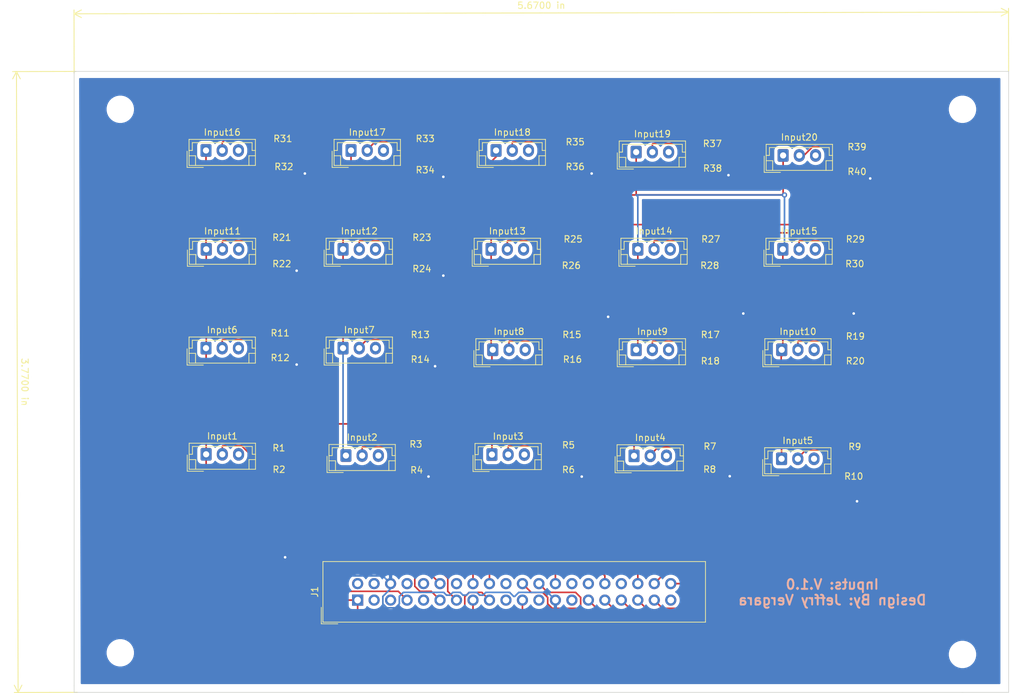
<source format=kicad_pcb>
(kicad_pcb (version 20171130) (host pcbnew 5.1.5+dfsg1-2build2)
  (layers (0 F.Cu signal) (31 B.Cu signal) (34 B.Paste user) (35 F.Paste user) (36 B.SilkS user) (37 F.SilkS user) (38 B.Mask user) (39 F.Mask user) (44 Edge.Cuts user))
  (net 0 "")
  (net 1 "Net-(Input1-Pad3)")
  (net 2 "Net-(Input1-Pad2)")
  (net 3 +3V0)
  (net 4 "Net-(Input2-Pad2)")
  (net 5 "Net-(Input2-Pad3)")
  (net 6 "Net-(Input3-Pad3)")
  (net 7 "Net-(Input3-Pad2)")
  (net 8 "Net-(Input4-Pad2)")
  (net 9 "Net-(Input4-Pad3)")
  (net 10 "Net-(Input5-Pad3)")
  (net 11 "Net-(Input5-Pad2)")
  (net 12 "Net-(Input6-Pad2)")
  (net 13 "Net-(Input6-Pad3)")
  (net 14 "Net-(Input7-Pad3)")
  (net 15 "Net-(Input7-Pad2)")
  (net 16 "Net-(Input8-Pad2)")
  (net 17 "Net-(Input8-Pad3)")
  (net 18 "Net-(Input9-Pad3)")
  (net 19 "Net-(Input9-Pad2)")
  (net 20 "Net-(Input10-Pad2)")
  (net 21 "Net-(Input10-Pad3)")
  (net 22 "Net-(Input11-Pad3)")
  (net 23 "Net-(Input11-Pad2)")
  (net 24 "Net-(Input12-Pad2)")
  (net 25 "Net-(Input12-Pad3)")
  (net 26 "Net-(Input13-Pad2)")
  (net 27 "Net-(Input13-Pad3)")
  (net 28 "Net-(Input14-Pad3)")
  (net 29 "Net-(Input14-Pad2)")
  (net 30 "Net-(Input15-Pad2)")
  (net 31 "Net-(Input15-Pad3)")
  (net 32 "Net-(Input16-Pad3)")
  (net 33 "Net-(Input16-Pad2)")
  (net 34 "Net-(Input17-Pad3)")
  (net 35 "Net-(Input17-Pad2)")
  (net 36 "Net-(Input18-Pad2)")
  (net 37 "Net-(Input18-Pad3)")
  (net 38 "Net-(Input19-Pad2)")
  (net 39 "Net-(Input19-Pad3)")
  (net 40 "Net-(Input20-Pad3)")
  (net 41 "Net-(Input20-Pad2)")
  (net 42 "Net-(J1-Pad3)")
  (net 43 "Net-(J1-Pad5)")
  (net 44 GND)
  (net 45 /input1)
  (net 46 "Net-(J1-Pad9)")
  (net 47 "Net-(J1-Pad10)")
  (net 48 /input8)
  (net 49 /input2)
  (net 50 /input9)
  (net 51 "Net-(J1-Pad14)")
  (net 52 /input15)
  (net 53 /input3)
  (net 54 /input10)
  (net 55 "Net-(J1-Pad19)")
  (net 56 "Net-(J1-Pad20)")
  (net 57 /input16)
  (net 58 /input17)
  (net 59 "Net-(J1-Pad23)")
  (net 60 /input18)
  (net 61 /input19)
  (net 62 "Net-(J1-Pad27)")
  (net 63 "Net-(J1-Pad28)")
  (net 64 /input20)
  (net 65 "Net-(J1-Pad30)")
  (net 66 /input14)
  (net 67 /input4)
  (net 68 /input11)
  (net 69 "Net-(J1-Pad34)")
  (net 70 /input12)
  (net 71 /input5)
  (net 72 /input13)
  (net 73 /input6)
  (net 74 "Net-(J1-Pad39)")
  (net 75 /input7)
  (net 76 "Net-(J1-Pad2)")
  (net 77 "Net-(J1-Pad4)")
  (net 78 "Net-(J1-Pad8)")
  (module Symbol:KiCad-Logo2_5mm_Copper (layer F.Cu) (at 92.71 79.502 90)
    (fp_text reference REF** hide)
    (fp_text value KiCad-Logo2_5mm_Copper hide)
    (fp_poly (pts (xy 6.228823 2.274533) (xy 6.260202 2.296776) (xy 6.287911 2.324485) (xy 6.287911 2.63392) (xy 6.287838 2.725799) (xy 6.287495 2.79784) (xy 6.286692 2.85278) (xy 6.285241 2.89336) (xy 6.282952 2.922317) (xy 6.279636 2.942391) (xy 6.275105 2.956321) (xy 6.269169 2.966845) (xy 6.264514 2.9731) (xy 6.233783 2.997673) (xy 6.198496 3.000341) (xy 6.166245 2.985271) (xy 6.155588 2.976374) (xy 6.148464 2.964557) (xy 6.144167 2.945526) (xy 6.141991 2.914992) (xy 6.141228 2.868662) (xy 6.141155 2.832871) (xy 6.141155 2.698045) (xy 5.644444 2.698045) (xy 5.644444 2.8207) (xy 5.643931 2.876787) (xy 5.641876 2.915333) (xy 5.637508 2.941361) (xy 5.630056 2.959897) (xy 5.621047 2.9731) (xy 5.590144 2.997604) (xy 5.555196 3.000506) (xy 5.521738 2.983089) (xy 5.512604 2.973959) (xy 5.506152 2.961855) (xy 5.501897 2.943001) (xy 5.499352 2.91362) (xy 5.498029 2.869937) (xy 5.497443 2.808175) (xy 5.497375 2.794) (xy 5.496891 2.677631) (xy 5.496641 2.581727) (xy 5.496723 2.504177) (xy 5.497231 2.442869) (xy 5.498262 2.39569) (xy 5.499913 2.36053) (xy 5.502279 2.335276) (xy 5.505457 2.317817) (xy 5.509544 2.306041) (xy 5.514634 2.297835) (xy 5.520266 2.291645) (xy 5.552128 2.271844) (xy 5.585357 2.274533) (xy 5.616735 2.296776) (xy 5.629433 2.311126) (xy 5.637526 2.326978) (xy 5.642042 2.349554) (xy 5.644006 2.384078) (xy 5.644444 2.435776) (xy 5.644444 2.551289) (xy 6.141155 2.551289) (xy 6.141155 2.432756) (xy 6.141662 2.378148) (xy 6.143698 2.341275) (xy 6.148035 2.317307) (xy 6.155447 2.301415) (xy 6.163733 2.291645) (xy 6.195594 2.271844) (xy 6.228823 2.274533)) (layer F.Cu) (width 0.01))
    (fp_poly (pts (xy 4.963065 2.269163) (xy 5.041772 2.269542) (xy 5.102863 2.270333) (xy 5.148817 2.27167) (xy 5.182114 2.273683) (xy 5.205236 2.276506) (xy 5.220662 2.280269) (xy 5.230871 2.285105) (xy 5.235813 2.288822) (xy 5.261457 2.321358) (xy 5.264559 2.355138) (xy 5.248711 2.385826) (xy 5.238348 2.398089) (xy 5.227196 2.40645) (xy 5.211035 2.411657) (xy 5.185642 2.414457) (xy 5.146798 2.415596) (xy 5.09028 2.415821) (xy 5.07918 2.415822) (xy 4.933244 2.415822) (xy 4.933244 2.686756) (xy 4.933148 2.772154) (xy 4.932711 2.837864) (xy 4.931712 2.886774) (xy 4.929928 2.921773) (xy 4.927137 2.945749) (xy 4.923117 2.961593) (xy 4.917645 2.972191) (xy 4.910666 2.980267) (xy 4.877734 3.000112) (xy 4.843354 2.998548) (xy 4.812176 2.975906) (xy 4.809886 2.9731) (xy 4.802429 2.962492) (xy 4.796747 2.950081) (xy 4.792601 2.93285) (xy 4.78975 2.907784) (xy 4.787954 2.871867) (xy 4.786972 2.822083) (xy 4.786564 2.755417) (xy 4.786489 2.679589) (xy 4.786489 2.415822) (xy 4.647127 2.415822) (xy 4.587322 2.415418) (xy 4.545918 2.41384) (xy 4.518748 2.410547) (xy 4.501646 2.404992) (xy 4.490443 2.396631) (xy 4.489083 2.395178) (xy 4.472725 2.361939) (xy 4.474172 2.324362) (xy 4.492978 2.291645) (xy 4.50025 2.285298) (xy 4.509627 2.280266) (xy 4.523609 2.276396) (xy 4.544696 2.273537) (xy 4.575389 2.271535) (xy 4.618189 2.270239) (xy 4.675595 2.269498) (xy 4.75011 2.269158) (xy 4.844233 2.269068) (xy 4.86426 2.269067) (xy 4.963065 2.269163)) (layer F.Cu) (width 0.01))
    (fp_poly (pts (xy 4.188614 2.275877) (xy 4.212327 2.290647) (xy 4.238978 2.312227) (xy 4.238978 2.633773) (xy 4.238893 2.72783) (xy 4.238529 2.801932) (xy 4.237724 2.858704) (xy 4.236313 2.900768) (xy 4.234133 2.930748) (xy 4.231021 2.951267) (xy 4.226814 2.964949) (xy 4.221348 2.974416) (xy 4.217472 2.979082) (xy 4.186034 2.999575) (xy 4.150233 2.998739) (xy 4.118873 2.981264) (xy 4.092222 2.959684) (xy 4.092222 2.312227) (xy 4.118873 2.290647) (xy 4.144594 2.274949) (xy 4.1656 2.269067) (xy 4.188614 2.275877)) (layer F.Cu) (width 0.01))
    (fp_poly (pts (xy 3.744665 2.271034) (xy 3.764255 2.278035) (xy 3.76501 2.278377) (xy 3.791613 2.298678) (xy 3.80627 2.319561) (xy 3.809138 2.329352) (xy 3.808996 2.342361) (xy 3.804961 2.360895) (xy 3.796146 2.387257) (xy 3.781669 2.423752) (xy 3.760645 2.472687) (xy 3.732188 2.536365) (xy 3.695415 2.617093) (xy 3.675175 2.661216) (xy 3.638625 2.739985) (xy 3.604315 2.812423) (xy 3.573552 2.87588) (xy 3.547648 2.927708) (xy 3.52791 2.965259) (xy 3.51565 2.985884) (xy 3.513224 2.988733) (xy 3.482183 3.001302) (xy 3.447121 2.999619) (xy 3.419 2.984332) (xy 3.417854 2.983089) (xy 3.406668 2.966154) (xy 3.387904 2.93317) (xy 3.363875 2.88838) (xy 3.336897 2.836032) (xy 3.327201 2.816742) (xy 3.254014 2.67015) (xy 3.17424 2.829393) (xy 3.145767 2.884415) (xy 3.11935 2.932132) (xy 3.097148 2.968893) (xy 3.081319 2.991044) (xy 3.075954 2.995741) (xy 3.034257 3.002102) (xy 2.999849 2.988733) (xy 2.989728 2.974446) (xy 2.972214 2.942692) (xy 2.948735 2.896597) (xy 2.92072 2.839285) (xy 2.889599 2.77388) (xy 2.856799 2.703507) (xy 2.82375 2.631291) (xy 2.791881 2.560355) (xy 2.762619 2.493825) (xy 2.737395 2.434826) (xy 2.717636 2.386481) (xy 2.704772 2.351915) (xy 2.700231 2.334253) (xy 2.700277 2.333613) (xy 2.711326 2.311388) (xy 2.73341 2.288753) (xy 2.73471 2.287768) (xy 2.761853 2.272425) (xy 2.786958 2.272574) (xy 2.796368 2.275466) (xy 2.807834 2.281718) (xy 2.82001 2.294014) (xy 2.834357 2.314908) (xy 2.852336 2.346949) (xy 2.875407 2.392688) (xy 2.90503 2.454677) (xy 2.931745 2.511898) (xy 2.96248 2.578226) (xy 2.990021 2.637874) (xy 3.012938 2.687725) (xy 3.029798 2.724664) (xy 3.039173 2.745573) (xy 3.04054 2.748845) (xy 3.046689 2.743497) (xy 3.060822 2.721109) (xy 3.081057 2.684946) (xy 3.105515 2.638277) (xy 3.115248 2.619022) (xy 3.148217 2.554004) (xy 3.173643 2.506654) (xy 3.193612 2.474219) (xy 3.21021 2.453946) (xy 3.225524 2.443082) (xy 3.24164 2.438875) (xy 3.252143 2.4384) (xy 3.27067 2.440042) (xy 3.286904 2.446831) (xy 3.303035 2.461566) (xy 3.321251 2.487044) (xy 3.343739 2.526061) (xy 3.372689 2.581414) (xy 3.388662 2.612903) (xy 3.41457 2.663087) (xy 3.437167 2.704704) (xy 3.454458 2.734242) (xy 3.46445 2.748189) (xy 3.465809 2.74877) (xy 3.472261 2.737793) (xy 3.486708 2.70929) (xy 3.507703 2.666244) (xy 3.533797 2.611638) (xy 3.563546 2.548454) (xy 3.57818 2.517071) (xy 3.61625 2.436078) (xy 3.646905 2.373756) (xy 3.671737 2.328071) (xy 3.692337 2.296989) (xy 3.710298 2.278478) (xy 3.72721 2.270504) (xy 3.744665 2.271034)) (layer F.Cu) (width 0.01))
    (fp_poly (pts (xy 1.018309 2.269275) (xy 1.147288 2.273636) (xy 1.256991 2.286861) (xy 1.349226 2.309741) (xy 1.425802 2.34307) (xy 1.488527 2.387638) (xy 1.539212 2.444236) (xy 1.579663 2.513658) (xy 1.580459 2.515351) (xy 1.604601 2.577483) (xy 1.613203 2.632509) (xy 1.606231 2.687887) (xy 1.583654 2.751073) (xy 1.579372 2.760689) (xy 1.550172 2.816966) (xy 1.517356 2.860451) (xy 1.475002 2.897417) (xy 1.41719 2.934135) (xy 1.413831 2.936052) (xy 1.363504 2.960227) (xy 1.306621 2.978282) (xy 1.239527 2.990839) (xy 1.158565 2.998522) (xy 1.060082 3.001953) (xy 1.025286 3.002251) (xy 0.859594 3.002845) (xy 0.836197 2.9731) (xy 0.829257 2.963319) (xy 0.823842 2.951897) (xy 0.819765 2.936095) (xy 0.816837 2.913175) (xy 0.814867 2.880396) (xy 0.814225 2.856089) (xy 0.970844 2.856089) (xy 1.064726 2.856089) (xy 1.119664 2.854483) (xy 1.17606 2.850255) (xy 1.222345 2.844292) (xy 1.225139 2.84379) (xy 1.307348 2.821736) (xy 1.371114 2.7886) (xy 1.418452 2.742847) (xy 1.451382 2.682939) (xy 1.457108 2.667061) (xy 1.462721 2.642333) (xy 1.460291 2.617902) (xy 1.448467 2.5854) (xy 1.44134 2.569434) (xy 1.418 2.527006) (xy 1.38988 2.49724) (xy 1.35894 2.476511) (xy 1.296966 2.449537) (xy 1.217651 2.429998) (xy 1.125253 2.418746) (xy 1.058333 2.41627) (xy 0.970844 2.415822) (xy 0.970844 2.856089) (xy 0.814225 2.856089) (xy 0.813668 2.835021) (xy 0.81305 2.774311) (xy 0.812825 2.695526) (xy 0.8128 2.63392) (xy 0.8128 2.324485) (xy 0.840509 2.296776) (xy 0.852806 2.285544) (xy 0.866103 2.277853) (xy 0.884672 2.27304) (xy 0.912786 2.270446) (xy 0.954717 2.26941) (xy 1.014737 2.26927) (xy 1.018309 2.269275)) (layer F.Cu) (width 0.01))
    (fp_poly (pts (xy 0.230343 2.26926) (xy 0.306701 2.270174) (xy 0.365217 2.272311) (xy 0.408255 2.276175) (xy 0.438183 2.282267) (xy 0.457368 2.29109) (xy 0.468176 2.303146) (xy 0.472973 2.318939) (xy 0.474127 2.33897) (xy 0.474133 2.341335) (xy 0.473131 2.363992) (xy 0.468396 2.381503) (xy 0.457333 2.394574) (xy 0.437348 2.403913) (xy 0.405846 2.410227) (xy 0.360232 2.414222) (xy 0.297913 2.416606) (xy 0.216293 2.418086) (xy 0.191277 2.418414) (xy -0.0508 2.421467) (xy -0.054186 2.486378) (xy -0.057571 2.551289) (xy 0.110576 2.551289) (xy 0.176266 2.551531) (xy 0.223172 2.552556) (xy 0.255083 2.554811) (xy 0.275791 2.558742) (xy 0.289084 2.564798) (xy 0.298755 2.573424) (xy 0.298817 2.573493) (xy 0.316356 2.607112) (xy 0.315722 2.643448) (xy 0.297314 2.674423) (xy 0.293671 2.677607) (xy 0.280741 2.685812) (xy 0.263024 2.691521) (xy 0.23657 2.695162) (xy 0.197432 2.697167) (xy 0.141662 2.697964) (xy 0.105994 2.698045) (xy -0.056445 2.698045) (xy -0.056445 2.856089) (xy 0.190161 2.856089) (xy 0.27158 2.856231) (xy 0.33341 2.856814) (xy 0.378637 2.858068) (xy 0.410248 2.860227) (xy 0.431231 2.863523) (xy 0.444573 2.868189) (xy 0.453261 2.874457) (xy 0.45545 2.876733) (xy 0.471614 2.90828) (xy 0.472797 2.944168) (xy 0.459536 2.975285) (xy 0.449043 2.985271) (xy 0.438129 2.990769) (xy 0.421217 2.995022) (xy 0.395633 2.99818) (xy 0.358701 3.000392) (xy 0.307746 3.001806) (xy 0.240094 3.002572) (xy 0.153069 3.002838) (xy 0.133394 3.002845) (xy 0.044911 3.002787) (xy -0.023773 3.002467) (xy -0.075436 3.001667) (xy -0.112855 3.000167) (xy -0.13881 2.997749) (xy -0.156078 2.994194) (xy -0.167438 2.989282) (xy -0.175668 2.982795) (xy -0.180183 2.978138) (xy -0.186979 2.969889) (xy -0.192288 2.959669) (xy -0.196294 2.9448) (xy -0.199179 2.922602) (xy -0.201126 2.890393) (xy -0.202319 2.845496) (xy -0.202939 2.785228) (xy -0.203171 2.706911) (xy -0.2032 2.640994) (xy -0.203129 2.548628) (xy -0.202792 2.476117) (xy -0.202002 2.420737) (xy -0.200574 2.379765) (xy -0.198321 2.350478) (xy -0.195057 2.330153) (xy -0.190596 2.316066) (xy -0.184752 2.305495) (xy -0.179803 2.298811) (xy -0.156406 2.269067) (xy 0.133774 2.269067) (xy 0.230343 2.26926)) (layer F.Cu) (width 0.01))
    (fp_poly (pts (xy -1.300114 2.273448) (xy -1.276548 2.287273) (xy -1.245735 2.309881) (xy -1.206078 2.342338) (xy -1.15598 2.385708) (xy -1.093843 2.441058) (xy -1.018072 2.509451) (xy -0.931334 2.588084) (xy -0.750711 2.751878) (xy -0.745067 2.532029) (xy -0.743029 2.456351) (xy -0.741063 2.399994) (xy -0.738734 2.359706) (xy -0.735606 2.332235) (xy -0.731245 2.314329) (xy -0.725216 2.302737) (xy -0.717084 2.294208) (xy -0.712772 2.290623) (xy -0.678241 2.27167) (xy -0.645383 2.274441) (xy -0.619318 2.290633) (xy -0.592667 2.312199) (xy -0.589352 2.627151) (xy -0.588435 2.719779) (xy -0.587968 2.792544) (xy -0.588113 2.848161) (xy -0.589032 2.889342) (xy -0.590887 2.918803) (xy -0.593839 2.939255) (xy -0.59805 2.953413) (xy -0.603682 2.963991) (xy -0.609927 2.972474) (xy -0.623439 2.988207) (xy -0.636883 2.998636) (xy -0.652124 3.002639) (xy -0.671026 2.999094) (xy -0.695455 2.986879) (xy -0.727273 2.964871) (xy -0.768348 2.931949) (xy -0.820542 2.886991) (xy -0.885722 2.828875) (xy -0.959556 2.762099) (xy -1.224845 2.521458) (xy -1.230489 2.740589) (xy -1.232531 2.816128) (xy -1.234502 2.872354) (xy -1.236839 2.912524) (xy -1.239981 2.939896) (xy -1.244364 2.957728) (xy -1.250424 2.969279) (xy -1.2586 2.977807) (xy -1.262784 2.981282) (xy -1.299765 3.000372) (xy -1.334708 2.997493) (xy -1.365136 2.9731) (xy -1.372097 2.963286) (xy -1.377523 2.951826) (xy -1.381603 2.935968) (xy -1.384529 2.912963) (xy -1.386492 2.880062) (xy -1.387683 2.834516) (xy -1.388292 2.773573) (xy -1.388511 2.694486) (xy -1.388534 2.635956) (xy -1.38846 2.544407) (xy -1.388113 2.472687) (xy -1.387301 2.418045) (xy -1.385833 2.377732) (xy -1.383519 2.348998) (xy -1.380167 2.329093) (xy -1.375588 2.315268) (xy -1.369589 2.304772) (xy -1.365136 2.298811) (xy -1.35385 2.284691) (xy -1.343301 2.274029) (xy -1.331893 2.267892) (xy -1.31803 2.267343) (xy -1.300114 2.273448)) (layer F.Cu) (width 0.01))
    (fp_poly (pts (xy -1.950081 2.274599) (xy -1.881565 2.286095) (xy -1.828943 2.303967) (xy -1.794708 2.327499) (xy -1.785379 2.340924) (xy -1.775893 2.372148) (xy -1.782277 2.400395) (xy -1.80243 2.427182) (xy -1.833745 2.439713) (xy -1.879183 2.438696) (xy -1.914326 2.431906) (xy -1.992419 2.418971) (xy -2.072226 2.417742) (xy -2.161555 2.428241) (xy -2.186229 2.43269) (xy -2.269291 2.456108) (xy -2.334273 2.490945) (xy -2.380461 2.536604) (xy -2.407145 2.592494) (xy -2.412663 2.621388) (xy -2.409051 2.680012) (xy -2.385729 2.731879) (xy -2.344824 2.775978) (xy -2.288459 2.811299) (xy -2.21876 2.836829) (xy -2.137852 2.851559) (xy -2.04786 2.854478) (xy -1.95091 2.844575) (xy -1.945436 2.843641) (xy -1.906875 2.836459) (xy -1.885494 2.829521) (xy -1.876227 2.819227) (xy -1.874006 2.801976) (xy -1.873956 2.792841) (xy -1.873956 2.754489) (xy -1.942431 2.754489) (xy -2.0029 2.750347) (xy -2.044165 2.737147) (xy -2.068175 2.71373) (xy -2.076877 2.678936) (xy -2.076983 2.674394) (xy -2.071892 2.644654) (xy -2.054433 2.623419) (xy -2.021939 2.609366) (xy -1.971743 2.601173) (xy -1.923123 2.598161) (xy -1.852456 2.596433) (xy -1.801198 2.59907) (xy -1.766239 2.6088) (xy -1.74447 2.628353) (xy -1.73278 2.660456) (xy -1.72806 2.707838) (xy -1.7272 2.770071) (xy -1.728609 2.839535) (xy -1.732848 2.886786) (xy -1.739936 2.912012) (xy -1.741311 2.913988) (xy -1.780228 2.945508) (xy -1.837286 2.97047) (xy -1.908869 2.98834) (xy -1.991358 2.998586) (xy -2.081139 3.000673) (xy -2.174592 2.994068) (xy -2.229556 2.985956) (xy -2.315766 2.961554) (xy -2.395892 2.921662) (xy -2.462977 2.869887) (xy -2.473173 2.859539) (xy -2.506302 2.816035) (xy -2.536194 2.762118) (xy -2.559357 2.705592) (xy -2.572298 2.654259) (xy -2.573858 2.634544) (xy -2.567218 2.593419) (xy -2.549568 2.542252) (xy -2.524297 2.488394) (xy -2.494789 2.439195) (xy -2.468719 2.406334) (xy -2.407765 2.357452) (xy -2.328969 2.318545) (xy -2.235157 2.290494) (xy -2.12915 2.274179) (xy -2.032 2.270192) (xy -1.950081 2.274599)) (layer F.Cu) (width 0.01))
    (fp_poly (pts (xy -2.923822 2.291645) (xy -2.917242 2.299218) (xy -2.912079 2.308987) (xy -2.908164 2.323571) (xy -2.905324 2.345585) (xy -2.903387 2.377648) (xy -2.902183 2.422375) (xy -2.901539 2.482385) (xy -2.901284 2.560294) (xy -2.901245 2.635956) (xy -2.901314 2.729802) (xy -2.901638 2.803689) (xy -2.902386 2.860232) (xy -2.903732 2.902049) (xy -2.905846 2.931757) (xy -2.9089 2.951973) (xy -2.913066 2.965314) (xy -2.918516 2.974398) (xy -2.923822 2.980267) (xy -2.956826 2.999947) (xy -2.991991 2.998181) (xy -3.023455 2.976717) (xy -3.030684 2.968337) (xy -3.036334 2.958614) (xy -3.040599 2.944861) (xy -3.043673 2.924389) (xy -3.045752 2.894512) (xy -3.04703 2.852541) (xy -3.047701 2.795789) (xy -3.047959 2.721567) (xy -3.048 2.637537) (xy -3.048 2.324485) (xy -3.020291 2.296776) (xy -2.986137 2.273463) (xy -2.953006 2.272623) (xy -2.923822 2.291645)) (layer F.Cu) (width 0.01))
    (fp_poly (pts (xy -3.691703 2.270351) (xy -3.616888 2.275581) (xy -3.547306 2.28375) (xy -3.487002 2.29455) (xy -3.44002 2.307673) (xy -3.410406 2.322813) (xy -3.40586 2.327269) (xy -3.390054 2.36185) (xy -3.394847 2.397351) (xy -3.419364 2.427725) (xy -3.420534 2.428596) (xy -3.434954 2.437954) (xy -3.450008 2.442876) (xy -3.471005 2.443473) (xy -3.503257 2.439861) (xy -3.552073 2.432154) (xy -3.556 2.431505) (xy -3.628739 2.422569) (xy -3.707217 2.418161) (xy -3.785927 2.418119) (xy -3.859361 2.422279) (xy -3.922011 2.430479) (xy -3.96837 2.442557) (xy -3.971416 2.443771) (xy -4.005048 2.462615) (xy -4.016864 2.481685) (xy -4.007614 2.500439) (xy -3.978047 2.518337) (xy -3.928911 2.534837) (xy -3.860957 2.549396) (xy -3.815645 2.556406) (xy -3.721456 2.569889) (xy -3.646544 2.582214) (xy -3.587717 2.594449) (xy -3.541785 2.607661) (xy -3.505555 2.622917) (xy -3.475838 2.641285) (xy -3.449442 2.663831) (xy -3.42823 2.685971) (xy -3.403065 2.716819) (xy -3.390681 2.743345) (xy -3.386808 2.776026) (xy -3.386667 2.787995) (xy -3.389576 2.827712) (xy -3.401202 2.857259) (xy -3.421323 2.883486) (xy -3.462216 2.923576) (xy -3.507817 2.954149) (xy -3.561513 2.976203) (xy -3.626692 2.990735) (xy -3.706744 2.998741) (xy -3.805057 3.001218) (xy -3.821289 3.001177) (xy -3.886849 2.999818) (xy -3.951866 2.99673) (xy -4.009252 2.992356) (xy -4.051922 2.98714) (xy -4.055372 2.986541) (xy -4.097796 2.976491) (xy -4.13378 2.963796) (xy -4.15415 2.95219) (xy -4.173107 2.921572) (xy -4.174427 2.885918) (xy -4.158085 2.854144) (xy -4.154429 2.850551) (xy -4.139315 2.839876) (xy -4.120415 2.835276) (xy -4.091162 2.836059) (xy -4.055651 2.840127) (xy -4.01597 2.843762) (xy -3.960345 2.846828) (xy -3.895406 2.849053) (xy -3.827785 2.850164) (xy -3.81 2.850237) (xy -3.742128 2.849964) (xy -3.692454 2.848646) (xy -3.65661 2.845827) (xy -3.630224 2.84105) (xy -3.608926 2.833857) (xy -3.596126 2.827867) (xy -3.568 2.811233) (xy -3.550068 2.796168) (xy -3.547447 2.791897) (xy -3.552976 2.774263) (xy -3.57926 2.757192) (xy -3.624478 2.741458) (xy -3.686808 2.727838) (xy -3.705171 2.724804) (xy -3.80109 2.709738) (xy -3.877641 2.697146) (xy -3.93778 2.686111) (xy -3.98446 2.67572) (xy -4.020637 2.665056) (xy -4.049265 2.653205) (xy -4.073298 2.639251) (xy -4.095692 2.622281) (xy -4.119402 2.601378) (xy -4.12738 2.594049) (xy -4.155353 2.566699) (xy -4.17016 2.545029) (xy -4.175952 2.520232) (xy -4.176889 2.488983) (xy -4.166575 2.427705) (xy -4.135752 2.37564) (xy -4.084595 2.332958) (xy -4.013283 2.299825) (xy -3.9624 2.284964) (xy -3.9071 2.275366) (xy -3.840853 2.269936) (xy -3.767706 2.268367) (xy -3.691703 2.270351)) (layer F.Cu) (width 0.01))
    (fp_poly (pts (xy -4.712794 2.269146) (xy -4.643386 2.269518) (xy -4.590997 2.270385) (xy -4.552847 2.271946) (xy -4.526159 2.274403) (xy -4.508153 2.277957) (xy -4.496049 2.28281) (xy -4.487069 2.289161) (xy -4.483818 2.292084) (xy -4.464043 2.323142) (xy -4.460482 2.358828) (xy -4.473491 2.39051) (xy -4.479506 2.396913) (xy -4.489235 2.403121) (xy -4.504901 2.40791) (xy -4.529408 2.411514) (xy -4.565661 2.414164) (xy -4.616565 2.416095) (xy -4.685026 2.417539) (xy -4.747617 2.418418) (xy -4.995334 2.421467) (xy -4.998719 2.486378) (xy -5.002105 2.551289) (xy -4.833958 2.551289) (xy -4.760959 2.551919) (xy -4.707517 2.554553) (xy -4.670628 2.560309) (xy -4.647288 2.570304) (xy -4.634494 2.585656) (xy -4.629242 2.607482) (xy -4.628445 2.627738) (xy -4.630923 2.652592) (xy -4.640277 2.670906) (xy -4.659383 2.683637) (xy -4.691118 2.691741) (xy -4.738359 2.696176) (xy -4.803983 2.697899) (xy -4.839801 2.698045) (xy -5.000978 2.698045) (xy -5.000978 2.856089) (xy -4.752622 2.856089) (xy -4.671213 2.856202) (xy -4.609342 2.856712) (xy -4.563968 2.85787) (xy -4.532054 2.85993) (xy -4.510559 2.863146) (xy -4.496443 2.867772) (xy -4.486668 2.874059) (xy -4.481689 2.878667) (xy -4.46461 2.90556) (xy -4.459111 2.929467) (xy -4.466963 2.958667) (xy -4.481689 2.980267) (xy -4.489546 2.987066) (xy -4.499688 2.992346) (xy -4.514844 2.996298) (xy -4.537741 2.999113) (xy -4.571109 3.000982) (xy -4.617675 3.002098) (xy -4.680167 3.002651) (xy -4.761314 3.002833) (xy -4.803422 3.002845) (xy -4.893598 3.002765) (xy -4.963924 3.002398) (xy -5.017129 3.001552) (xy -5.05594 3.000036) (xy -5.083087 2.997659) (xy -5.101298 2.994229) (xy -5.1133 2.989554) (xy -5.121822 2.983444) (xy -5.125156 2.980267) (xy -5.131755 2.97267) (xy -5.136927 2.96287) (xy -5.140846 2.948239) (xy -5.143684 2.926152) (xy -5.145615 2.893982) (xy -5.146812 2.849103) (xy -5.147448 2.788889) (xy -5.147697 2.710713) (xy -5.147734 2.637923) (xy -5.1477 2.544707) (xy -5.147465 2.471431) (xy -5.14683 2.415458) (xy -5.145594 2.374151) (xy -5.143556 2.344872) (xy -5.140517 2.324984) (xy -5.136277 2.31185) (xy -5.130635 2.302832) (xy -5.123391 2.295293) (xy -5.121606 2.293612) (xy -5.112945 2.286172) (xy -5.102882 2.280409) (xy -5.088625 2.276112) (xy -5.067383 2.273064) (xy -5.036364 2.271051) (xy -4.992777 2.26986) (xy -4.933831 2.269275) (xy -4.856734 2.269083) (xy -4.802001 2.269067) (xy -4.712794 2.269146)) (layer F.Cu) (width 0.01))
    (fp_poly (pts (xy -6.121371 2.269066) (xy -6.081889 2.269467) (xy -5.9662 2.272259) (xy -5.869311 2.28055) (xy -5.787919 2.295232) (xy -5.718723 2.317193) (xy -5.65842 2.347322) (xy -5.603708 2.38651) (xy -5.584167 2.403532) (xy -5.55175 2.443363) (xy -5.52252 2.497413) (xy -5.499991 2.557323) (xy -5.487679 2.614739) (xy -5.4864 2.635956) (xy -5.494417 2.694769) (xy -5.515899 2.759013) (xy -5.546999 2.819821) (xy -5.583866 2.86833) (xy -5.589854 2.874182) (xy -5.640579 2.915321) (xy -5.696125 2.947435) (xy -5.759696 2.971365) (xy -5.834494 2.987953) (xy -5.923722 2.998041) (xy -6.030582 3.002469) (xy -6.079528 3.002845) (xy -6.141762 3.002545) (xy -6.185528 3.001292) (xy -6.214931 2.998554) (xy -6.234079 2.993801) (xy -6.247077 2.986501) (xy -6.254045 2.980267) (xy -6.260626 2.972694) (xy -6.265788 2.962924) (xy -6.269703 2.94834) (xy -6.272543 2.926326) (xy -6.27448 2.894264) (xy -6.275684 2.849536) (xy -6.276328 2.789526) (xy -6.276583 2.711617) (xy -6.276622 2.635956) (xy -6.27687 2.535041) (xy -6.276817 2.454427) (xy -6.275857 2.415822) (xy -6.129867 2.415822) (xy -6.129867 2.856089) (xy -6.036734 2.856004) (xy -5.980693 2.854396) (xy -5.921999 2.850256) (xy -5.873028 2.844464) (xy -5.871538 2.844226) (xy -5.792392 2.82509) (xy -5.731002 2.795287) (xy -5.684305 2.752878) (xy -5.654635 2.706961) (xy -5.636353 2.656026) (xy -5.637771 2.6082) (xy -5.658988 2.556933) (xy -5.700489 2.503899) (xy -5.757998 2.4646) (xy -5.83275 2.438331) (xy -5.882708 2.429035) (xy -5.939416 2.422507) (xy -5.999519 2.417782) (xy -6.050639 2.415817) (xy -6.053667 2.415808) (xy -6.129867 2.415822) (xy -6.275857 2.415822) (xy -6.27526 2.391851) (xy -6.270998 2.345055) (xy -6.26283 2.311778) (xy -6.249556 2.289759) (xy -6.229974 2.276739) (xy -6.202883 2.270457) (xy -6.167082 2.268653) (xy -6.121371 2.269066)) (layer F.Cu) (width 0.01))
    (fp_poly (pts (xy -2.273043 -2.973429) (xy -2.176768 -2.949191) (xy -2.090184 -2.906359) (xy -2.015373 -2.846581) (xy -1.954418 -2.771506) (xy -1.909399 -2.68278) (xy -1.883136 -2.58647) (xy -1.877286 -2.489205) (xy -1.89214 -2.395346) (xy -1.92584 -2.307489) (xy -1.976528 -2.22823) (xy -2.042345 -2.160164) (xy -2.121434 -2.105888) (xy -2.211934 -2.067998) (xy -2.2632 -2.055574) (xy -2.307698 -2.048053) (xy -2.341999 -2.045081) (xy -2.37496 -2.046906) (xy -2.415434 -2.053775) (xy -2.448531 -2.06075) (xy -2.541947 -2.092259) (xy -2.625619 -2.143383) (xy -2.697665 -2.212571) (xy -2.7562 -2.298272) (xy -2.770148 -2.325511) (xy -2.786586 -2.361878) (xy -2.796894 -2.392418) (xy -2.80246 -2.42455) (xy -2.804669 -2.465693) (xy -2.804948 -2.511778) (xy -2.800861 -2.596135) (xy -2.787446 -2.665414) (xy -2.762256 -2.726039) (xy -2.722846 -2.784433) (xy -2.684298 -2.828698) (xy -2.612406 -2.894516) (xy -2.537313 -2.939947) (xy -2.454562 -2.96715) (xy -2.376928 -2.977424) (xy -2.273043 -2.973429)) (layer F.Cu) (width 0.01))
    (fp_poly (pts (xy 6.186507 -0.527755) (xy 6.186526 -0.293338) (xy 6.186552 -0.080397) (xy 6.186625 0.112168) (xy 6.186782 0.285459) (xy 6.187064 0.440576) (xy 6.187509 0.57862) (xy 6.188156 0.700692) (xy 6.189045 0.807894) (xy 6.190213 0.901326) (xy 6.191701 0.98209) (xy 6.193546 1.051286) (xy 6.195789 1.110015) (xy 6.198469 1.159379) (xy 6.201623 1.200478) (xy 6.205292 1.234413) (xy 6.209513 1.262286) (xy 6.214327 1.285198) (xy 6.219773 1.304249) (xy 6.225888 1.32054) (xy 6.232712 1.335173) (xy 6.240285 1.349249) (xy 6.248645 1.363868) (xy 6.253839 1.372974) (xy 6.288104 1.433689) (xy 5.429955 1.433689) (xy 5.429955 1.337733) (xy 5.429224 1.29437) (xy 5.427272 1.261205) (xy 5.424463 1.243424) (xy 5.423221 1.241778) (xy 5.411799 1.248662) (xy 5.389084 1.266505) (xy 5.366385 1.285879) (xy 5.3118 1.326614) (xy 5.242321 1.367617) (xy 5.16527 1.405123) (xy 5.087965 1.435364) (xy 5.057113 1.445012) (xy 4.988616 1.459578) (xy 4.905764 1.469539) (xy 4.816371 1.474583) (xy 4.728248 1.474396) (xy 4.649207 1.468666) (xy 4.611511 1.462858) (xy 4.473414 1.424797) (xy 4.346113 1.367073) (xy 4.230292 1.290211) (xy 4.126637 1.194739) (xy 4.035833 1.081179) (xy 3.969031 0.970381) (xy 3.914164 0.853625) (xy 3.872163 0.734276) (xy 3.842167 0.608283) (xy 3.823311 0.471594) (xy 3.814732 0.320158) (xy 3.814006 0.242711) (xy 3.8161 0.185934) (xy 4.645217 0.185934) (xy 4.645424 0.279002) (xy 4.648337 0.366692) (xy 4.654 0.443772) (xy 4.662455 0.505009) (xy 4.665038 0.51735) (xy 4.69684 0.624633) (xy 4.738498 0.711658) (xy 4.790363 0.778642) (xy 4.852781 0.825805) (xy 4.9261 0.853365) (xy 5.010669 0.861541) (xy 5.106835 0.850551) (xy 5.170311 0.834829) (xy 5.219454 0.816639) (xy 5.273583 0.790791) (xy 5.314244 0.767089) (xy 5.3848 0.720721) (xy 5.3848 -0.42947) (xy 5.317392 -0.473038) (xy 5.238867 -0.51396) (xy 5.154681 -0.540611) (xy 5.069557 -0.552535) (xy 4.988216 -0.549278) (xy 4.91538 -0.530385) (xy 4.883426 -0.514816) (xy 4.825501 -0.471819) (xy 4.776544 -0.415047) (xy 4.73539 -0.342425) (xy 4.700874 -0.251879) (xy 4.671833 -0.141334) (xy 4.670552 -0.135467) (xy 4.660381 -0.073212) (xy 4.652739 0.004594) (xy 4.64767 0.09272) (xy 4.645217 0.185934) (xy 3.8161 0.185934) (xy 3.821857 0.029895) (xy 3.843802 -0.165941) (xy 3.879786 -0.344668) (xy 3.929759 -0.506155) (xy 3.993668 -0.650274) (xy 4.071462 -0.776894) (xy 4.163089 -0.885885) (xy 4.268497 -0.977117) (xy 4.313662 -1.008068) (xy 4.414611 -1.064215) (xy 4.517901 -1.103826) (xy 4.627989 -1.127986) (xy 4.74933 -1.137781) (xy 4.841836 -1.136735) (xy 4.97149 -1.125769) (xy 5.084084 -1.103954) (xy 5.182875 -1.070286) (xy 5.271121 -1.023764) (xy 5.319986 -0.989552) (xy 5.349353 -0.967638) (xy 5.371043 -0.952667) (xy 5.379253 -0.948267) (xy 5.380868 -0.959096) (xy 5.382159 -0.989749) (xy 5.383138 -1.037474) (xy 5.383817 -1.099521) (xy 5.38421 -1.173138) (xy 5.38433 -1.255573) (xy 5.384188 -1.344075) (xy 5.383797 -1.435893) (xy 5.383171 -1.528276) (xy 5.38232 -1.618472) (xy 5.38126 -1.703729) (xy 5.380001 -1.781297) (xy 5.378556 -1.848424) (xy 5.376938 -1.902359) (xy 5.375161 -1.94035) (xy 5.374669 -1.947333) (xy 5.367092 -2.017749) (xy 5.355531 -2.072898) (xy 5.337792 -2.120019) (xy 5.311682 -2.166353) (xy 5.305415 -2.175933) (xy 5.280983 -2.212622) (xy 6.186311 -2.212622) (xy 6.186507 -0.527755)) (layer F.Cu) (width 0.01))
    (fp_poly (pts (xy 2.673574 -1.133448) (xy 2.825492 -1.113433) (xy 2.960756 -1.079798) (xy 3.080239 -1.032275) (xy 3.184815 -0.970595) (xy 3.262424 -0.907035) (xy 3.331265 -0.832901) (xy 3.385006 -0.753129) (xy 3.42791 -0.660909) (xy 3.443384 -0.617839) (xy 3.456244 -0.578858) (xy 3.467446 -0.542711) (xy 3.47712 -0.507566) (xy 3.485396 -0.47159) (xy 3.492403 -0.43295) (xy 3.498272 -0.389815) (xy 3.503131 -0.340351) (xy 3.50711 -0.282727) (xy 3.51034 -0.215109) (xy 3.512949 -0.135666) (xy 3.515067 -0.042564) (xy 3.516824 0.066027) (xy 3.518349 0.191942) (xy 3.519772 0.337012) (xy 3.521025 0.479778) (xy 3.522351 0.635968) (xy 3.523556 0.771239) (xy 3.524766 0.887246) (xy 3.526106 0.985645) (xy 3.5277 1.068093) (xy 3.529675 1.136246) (xy 3.532156 1.19176) (xy 3.535269 1.236292) (xy 3.539138 1.271498) (xy 3.543889 1.299034) (xy 3.549648 1.320556) (xy 3.556539 1.337722) (xy 3.564689 1.352186) (xy 3.574223 1.365606) (xy 3.585266 1.379638) (xy 3.589566 1.385071) (xy 3.605386 1.40791) (xy 3.612422 1.423463) (xy 3.612444 1.423922) (xy 3.601567 1.426121) (xy 3.570582 1.428147) (xy 3.521957 1.429942) (xy 3.458163 1.431451) (xy 3.381669 1.432616) (xy 3.294944 1.43338) (xy 3.200457 1.433686) (xy 3.18955 1.433689) (xy 2.766657 1.433689) (xy 2.763395 1.337622) (xy 2.760133 1.241556) (xy 2.698044 1.292543) (xy 2.600714 1.360057) (xy 2.490813 1.414749) (xy 2.404349 1.444978) (xy 2.335278 1.459666) (xy 2.251925 1.469659) (xy 2.162159 1.474646) (xy 2.073845 1.474313) (xy 1.994851 1.468351) (xy 1.958622 1.462638) (xy 1.818603 1.424776) (xy 1.692178 1.369932) (xy 1.58026 1.298924) (xy 1.483762 1.212568) (xy 1.4036 1.111679) (xy 1.340687 0.997076) (xy 1.296312 0.870984) (xy 1.283978 0.814401) (xy 1.276368 0.752202) (xy 1.272739 0.677363) (xy 1.272245 0.643467) (xy 1.27231 0.640282) (xy 2.032248 0.640282) (xy 2.041541 0.715333) (xy 2.069728 0.77916) (xy 2.118197 0.834798) (xy 2.123254 0.839211) (xy 2.171548 0.874037) (xy 2.223257 0.89662) (xy 2.283989 0.90854) (xy 2.359352 0.911383) (xy 2.377459 0.910978) (xy 2.431278 0.908325) (xy 2.471308 0.902909) (xy 2.506324 0.892745) (xy 2.545103 0.87585) (xy 2.555745 0.870672) (xy 2.616396 0.834844) (xy 2.663215 0.792212) (xy 2.675952 0.776973) (xy 2.720622 0.720462) (xy 2.720622 0.524586) (xy 2.720086 0.445939) (xy 2.718396 0.387988) (xy 2.715428 0.348875) (xy 2.711057 0.326741) (xy 2.706972 0.320274) (xy 2.691047 0.317111) (xy 2.657264 0.314488) (xy 2.61034 0.312655) (xy 2.554993 0.311857) (xy 2.546106 0.311842) (xy 2.42533 0.317096) (xy 2.32266 0.333263) (xy 2.236106 0.360961) (xy 2.163681 0.400808) (xy 2.108751 0.447758) (xy 2.064204 0.505645) (xy 2.03948 0.568693) (xy 2.032248 0.640282) (xy 1.27231 0.640282) (xy 1.274178 0.549712) (xy 1.282522 0.470812) (xy 1.298768 0.39959) (xy 1.324405 0.328864) (xy 1.348401 0.276493) (xy 1.40702 0.181196) (xy 1.485117 0.09317) (xy 1.580315 0.014017) (xy 1.690238 -0.05466) (xy 1.81251 -0.111259) (xy 1.944755 -0.154179) (xy 2.009422 -0.169118) (xy 2.145604 -0.191223) (xy 2.294049 -0.205806) (xy 2.445505 -0.212187) (xy 2.572064 -0.210555) (xy 2.73395 -0.203776) (xy 2.72653 -0.262755) (xy 2.707238 -0.361908) (xy 2.676104 -0.442628) (xy 2.632269 -0.505534) (xy 2.574871 -0.551244) (xy 2.503048 -0.580378) (xy 2.415941 -0.593553) (xy 2.312686 -0.591389) (xy 2.274711 -0.587388) (xy 2.13352 -0.56222) (xy 1.996707 -0.521186) (xy 1.902178 -0.483185) (xy 1.857018 -0.46381) (xy 1.818585 -0.44824) (xy 1.792234 -0.438595) (xy 1.784546 -0.436548) (xy 1.774802 -0.445626) (xy 1.758083 -0.474595) (xy 1.734232 -0.523783) (xy 1.703093 -0.593516) (xy 1.664507 -0.684121) (xy 1.65791 -0.699911) (xy 1.627853 -0.772228) (xy 1.600874 -0.837575) (xy 1.578136 -0.893094) (xy 1.560806 -0.935928) (xy 1.550048 -0.963219) (xy 1.546941 -0.972058) (xy 1.55694 -0.976813) (xy 1.583217 -0.98209) (xy 1.611489 -0.985769) (xy 1.641646 -0.990526) (xy 1.689433 -0.999972) (xy 1.750612 -1.01318) (xy 1.820946 -1.029224) (xy 1.896194 -1.04718) (xy 1.924755 -1.054203) (xy 2.029816 -1.079791) (xy 2.11748 -1.099853) (xy 2.192068 -1.115031) (xy 2.257903 -1.125965) (xy 2.319307 -1.133296) (xy 2.380602 -1.137665) (xy 2.44611 -1.139713) (xy 2.504128 -1.140111) (xy 2.673574 -1.133448)) (layer F.Cu) (width 0.01))
    (fp_poly (pts (xy 0.328429 -2.050929) (xy 0.48857 -2.029755) (xy 0.65251 -1.989615) (xy 0.822313 -1.930111) (xy 1.000043 -1.850846) (xy 1.01131 -1.845301) (xy 1.069005 -1.817275) (xy 1.120552 -1.793198) (xy 1.162191 -1.774751) (xy 1.190162 -1.763614) (xy 1.199733 -1.761067) (xy 1.21895 -1.756059) (xy 1.223561 -1.751853) (xy 1.218458 -1.74142) (xy 1.202418 -1.715132) (xy 1.177288 -1.675743) (xy 1.144914 -1.626009) (xy 1.107143 -1.568685) (xy 1.065822 -1.506524) (xy 1.022798 -1.442282) (xy 0.979917 -1.378715) (xy 0.939026 -1.318575) (xy 0.901971 -1.26462) (xy 0.8706 -1.219603) (xy 0.846759 -1.186279) (xy 0.832294 -1.167403) (xy 0.830309 -1.165213) (xy 0.820191 -1.169862) (xy 0.79785 -1.187038) (xy 0.76728 -1.21356) (xy 0.751536 -1.228036) (xy 0.655047 -1.303318) (xy 0.548336 -1.358759) (xy 0.432832 -1.393859) (xy 0.309962 -1.40812) (xy 0.240561 -1.406949) (xy 0.119423 -1.389788) (xy 0.010205 -1.353906) (xy -0.087418 -1.299041) (xy -0.173772 -1.22493) (xy -0.249185 -1.131312) (xy -0.313982 -1.017924) (xy -0.351399 -0.931333) (xy -0.395252 -0.795634) (xy -0.427572 -0.64815) (xy -0.448443 -0.492686) (xy -0.457949 -0.333044) (xy -0.456173 -0.173027) (xy -0.443197 -0.016439) (xy -0.419106 0.132918) (xy -0.383982 0.27124) (xy -0.337908 0.394724) (xy -0.321627 0.428978) (xy -0.25338 0.543064) (xy -0.172921 0.639557) (xy -0.08143 0.71767) (xy 0.019911 0.776617) (xy 0.12992 0.815612) (xy 0.247415 0.833868) (xy 0.288883 0.835211) (xy 0.410441 0.82429) (xy 0.530878 0.791474) (xy 0.648666 0.737439) (xy 0.762277 0.662865) (xy 0.853685 0.584539) (xy 0.900215 0.540008) (xy 1.081483 0.837271) (xy 1.12658 0.911433) (xy 1.167819 0.979646) (xy 1.203735 1.039459) (xy 1.232866 1.08842) (xy 1.25375 1.124079) (xy 1.264924 1.143984) (xy 1.266375 1.147079) (xy 1.258146 1.156718) (xy 1.232567 1.173999) (xy 1.192873 1.197283) (xy 1.142297 1.224934) (xy 1.084074 1.255315) (xy 1.021437 1.28679) (xy 0.957621 1.317722) (xy 0.89586 1.346473) (xy 0.839388 1.371408) (xy 0.791438 1.390889) (xy 0.767986 1.399318) (xy 0.634221 1.437133) (xy 0.496327 1.462136) (xy 0.348622 1.47514) (xy 0.221833 1.477468) (xy 0.153878 1.476373) (xy 0.088277 1.474275) (xy 0.030847 1.471434) (xy -0.012597 1.468106) (xy -0.026702 1.466422) (xy -0.165716 1.437587) (xy -0.307243 1.392468) (xy -0.444725 1.33375) (xy -0.571606 1.26412) (xy -0.649111 1.211441) (xy -0.776519 1.103239) (xy -0.894822 0.976671) (xy -1.001828 0.834866) (xy -1.095348 0.680951) (xy -1.17319 0.518053) (xy -1.217044 0.400756) (xy -1.267292 0.217128) (xy -1.300791 0.022581) (xy -1.317551 -0.178675) (xy -1.317584 -0.382432) (xy -1.300899 -0.584479) (xy -1.267507 -0.780608) (xy -1.21742 -0.966609) (xy -1.213603 -0.978197) (xy -1.150719 -1.14025) (xy -1.073972 -1.288168) (xy -0.980758 -1.426135) (xy -0.868473 -1.558339) (xy -0.824608 -1.603601) (xy -0.688466 -1.727543) (xy -0.548509 -1.830085) (xy -0.402589 -1.912344) (xy -0.248558 -1.975436) (xy -0.084268 -2.020477) (xy 0.011289 -2.037967) (xy 0.170023 -2.053534) (xy 0.328429 -2.050929)) (layer F.Cu) (width 0.01))
    (fp_poly (pts (xy -2.9464 -2.510946) (xy -2.935535 -2.397007) (xy -2.903918 -2.289384) (xy -2.853015 -2.190385) (xy -2.784293 -2.102316) (xy -2.699219 -2.027484) (xy -2.602232 -1.969616) (xy -2.495964 -1.929995) (xy -2.38895 -1.911427) (xy -2.2833 -1.912566) (xy -2.181125 -1.93207) (xy -2.084534 -1.968594) (xy -1.995638 -2.020795) (xy -1.916546 -2.087327) (xy -1.849369 -2.166848) (xy -1.796217 -2.258013) (xy -1.759199 -2.359477) (xy -1.740427 -2.469898) (xy -1.738489 -2.519794) (xy -1.738489 -2.607733) (xy -1.68656 -2.607733) (xy -1.650253 -2.604889) (xy -1.623355 -2.593089) (xy -1.596249 -2.569351) (xy -1.557867 -2.530969) (xy -1.557867 -0.339398) (xy -1.557876 -0.077261) (xy -1.557908 0.163241) (xy -1.557972 0.383048) (xy -1.558076 0.583101) (xy -1.558227 0.764344) (xy -1.558434 0.927716) (xy -1.558706 1.07416) (xy -1.55905 1.204617) (xy -1.559474 1.320029) (xy -1.559987 1.421338) (xy -1.560597 1.509484) (xy -1.561312 1.58541) (xy -1.56214 1.650057) (xy -1.563089 1.704367) (xy -1.564167 1.74928) (xy -1.565383 1.78574) (xy -1.566745 1.814687) (xy -1.568261 1.837063) (xy -1.569938 1.853809) (xy -1.571786 1.865868) (xy -1.573813 1.87418) (xy -1.576025 1.879687) (xy -1.577108 1.881537) (xy -1.581271 1.888549) (xy -1.584805 1.894996) (xy -1.588635 1.9009) (xy -1.593682 1.906286) (xy -1.600871 1.911178) (xy -1.611123 1.915598) (xy -1.625364 1.919572) (xy -1.644514 1.923121) (xy -1.669499 1.92627) (xy -1.70124 1.929042) (xy -1.740662 1.931461) (xy -1.788686 1.933551) (xy -1.846237 1.935335) (xy -1.914237 1.936837) (xy -1.99361 1.93808) (xy -2.085279 1.939089) (xy -2.190166 1.939885) (xy -2.309196 1.940494) (xy -2.44329 1.940939) (xy -2.593373 1.941243) (xy -2.760367 1.94143) (xy -2.945196 1.941524) (xy -3.148783 1.941548) (xy -3.37205 1.941525) (xy -3.615922 1.94148) (xy -3.881321 1.941437) (xy -3.919704 1.941432) (xy -4.186682 1.941389) (xy -4.432002 1.941318) (xy -4.656583 1.941213) (xy -4.861345 1.941066) (xy -5.047206 1.940869) (xy -5.215088 1.940616) (xy -5.365908 1.9403) (xy -5.500587 1.939913) (xy -5.620044 1.939447) (xy -5.725199 1.938897) (xy -5.816971 1.938253) (xy -5.896279 1.937511) (xy -5.964043 1.936661) (xy -6.021182 1.935697) (xy -6.068617 1.934611) (xy -6.107266 1.933397) (xy -6.138049 1.932047) (xy -6.161885 1.930555) (xy -6.179694 1.928911) (xy -6.192395 1.927111) (xy -6.200908 1.925145) (xy -6.205266 1.923477) (xy -6.213728 1.919906) (xy -6.221497 1.91727) (xy -6.228602 1.914634) (xy -6.235073 1.911062) (xy -6.240939 1.905621) (xy -6.246229 1.897375) (xy -6.250974 1.88539) (xy -6.255202 1.868731) (xy -6.258943 1.846463) (xy -6.262227 1.817652) (xy -6.265083 1.781363) (xy -6.26754 1.736661) (xy -6.269629 1.682611) (xy -6.271378 1.618279) (xy -6.272817 1.54273) (xy -6.273976 1.45503) (xy -6.274883 1.354243) (xy -6.275569 1.239434) (xy -6.276063 1.10967) (xy -6.276395 0.964015) (xy -6.276593 0.801535) (xy -6.276687 0.621295) (xy -6.276708 0.42236) (xy -6.276685 0.203796) (xy -6.276646 -0.035332) (xy -6.276622 -0.29596) (xy -6.276622 -0.338111) (xy -6.276636 -0.601008) (xy -6.276661 -0.842268) (xy -6.276671 -1.062835) (xy -6.276642 -1.263648) (xy -6.276548 -1.445651) (xy -6.276362 -1.609784) (xy -6.276059 -1.756989) (xy -6.275614 -1.888208) (xy -6.275034 -1.998133) (xy -5.972197 -1.998133) (xy -5.932407 -1.940289) (xy -5.921236 -1.924521) (xy -5.911166 -1.910559) (xy -5.902138 -1.897216) (xy -5.894097 -1.883307) (xy -5.886986 -1.867644) (xy -5.880747 -1.849042) (xy -5.875325 -1.826314) (xy -5.870662 -1.798273) (xy -5.866701 -1.763733) (xy -5.863385 -1.721508) (xy -5.860659 -1.670411) (xy -5.858464 -1.609256) (xy -5.856745 -1.536856) (xy -5.855444 -1.452025) (xy -5.854505 -1.353578) (xy -5.85387 -1.240326) (xy -5.853484 -1.111084) (xy -5.853288 -0.964666) (xy -5.853227 -0.799884) (xy -5.853243 -0.615553) (xy -5.85328 -0.410487) (xy -5.853289 -0.287867) (xy -5.853265 -0.070918) (xy -5.853231 0.124642) (xy -5.853243 0.299999) (xy -5.853358 0.456341) (xy -5.85363 0.594857) (xy -5.854118 0.716734) (xy -5.854876 0.82316) (xy -5.855962 0.915322) (xy -5.857431 0.994409) (xy -5.85934 1.061608) (xy -5.861744 1.118107) (xy -5.864701 1.165093) (xy -5.868266 1.203755) (xy -5.872495 1.23528) (xy -5.877446 1.260855) (xy -5.883173 1.28167) (xy -5.889733 1.298911) (xy -5.897183 1.313765) (xy -5.905579 1.327422) (xy -5.914976 1.341069) (xy -5.925432 1.355893) (xy -5.931523 1.364783) (xy -5.970296 1.4224) (xy -5.438732 1.4224) (xy -5.315483 1.422365) (xy -5.212987 1.422215) (xy -5.12942 1.421878) (xy -5.062956 1.421286) (xy -5.011771 1.420367) (xy -4.974041 1.419051) (xy -4.94794 1.417269) (xy -4.931644 1.414951) (xy -4.923328 1.412026) (xy -4.921168 1.408424) (xy -4.923339 1.404075) (xy -4.924535 1.402645) (xy -4.949685 1.365573) (xy -4.975583 1.312772) (xy -4.999192 1.25077) (xy -5.007461 1.224357) (xy -5.012078 1.206416) (xy -5.015979 1.185355) (xy -5.019248 1.159089) (xy -5.021966 1.125532) (xy -5.024215 1.082599) (xy -5.026077 1.028204) (xy -5.027636 0.960262) (xy -5.028972 0.876688) (xy -5.030169 0.775395) (xy -5.031308 0.6543) (xy -5.031685 0.6096) (xy -5.032702 0.484449) (xy -5.03346 0.380082) (xy -5.033903 0.294707) (xy -5.03397 0.226533) (xy -5.033605 0.173765) (xy -5.032748 0.134614) (xy -5.031341 0.107285) (xy -5.029325 0.089986) (xy -5.026643 0.080926) (xy -5.023236 0.078312) (xy -5.019044 0.080351) (xy -5.014571 0.084667) (xy -5.004216 0.097602) (xy -4.982158 0.126676) (xy -4.949957 0.169759) (xy -4.909174 0.224718) (xy -4.86137 0.289423) (xy -4.808105 0.361742) (xy -4.75094 0.439544) (xy -4.691437 0.520698) (xy -4.631155 0.603072) (xy -4.571655 0.684536) (xy -4.514498 0.762957) (xy -4.461245 0.836204) (xy -4.413457 0.902147) (xy -4.372693 0.958654) (xy -4.340516 1.003593) (xy -4.318485 1.034834) (xy -4.313917 1.041466) (xy -4.290996 1.078369) (xy -4.264188 1.126359) (xy -4.238789 1.175897) (xy -4.235568 1.182577) (xy -4.21389 1.230772) (xy -4.201304 1.268334) (xy -4.195574 1.30416) (xy -4.194456 1.3462) (xy -4.19509 1.4224) (xy -3.040651 1.4224) (xy -3.131815 1.328669) (xy -3.178612 1.278775) (xy -3.228899 1.222295) (xy -3.274944 1.168026) (xy -3.295369 1.142673) (xy -3.325807 1.103128) (xy -3.365862 1.049916) (xy -3.414361 0.984667) (xy -3.470135 0.909011) (xy -3.532011 0.824577) (xy -3.598819 0.732994) (xy -3.669387 0.635892) (xy -3.742545 0.534901) (xy -3.817121 0.43165) (xy -3.891944 0.327768) (xy -3.965843 0.224885) (xy -4.037646 0.124631) (xy -4.106184 0.028636) (xy -4.170284 -0.061473) (xy -4.228775 -0.144064) (xy -4.280486 -0.217508) (xy -4.324247 -0.280176) (xy -4.358885 -0.330439) (xy -4.38323 -0.366666) (xy -4.396111 -0.387229) (xy -4.397869 -0.391332) (xy -4.38991 -0.402658) (xy -4.369115 -0.429838) (xy -4.336847 -0.471171) (xy -4.29447 -0.524956) (xy -4.243347 -0.589494) (xy -4.184841 -0.663082) (xy -4.120314 -0.744022) (xy -4.051131 -0.830612) (xy -3.978653 -0.921152) (xy -3.904246 -1.01394) (xy -3.844517 -1.088298) (xy -2.833511 -1.088298) (xy -2.827602 -1.075341) (xy -2.813272 -1.053092) (xy -2.812225 -1.051609) (xy -2.793438 -1.021456) (xy -2.773791 -0.984625) (xy -2.769892 -0.976489) (xy -2.766356 -0.96806) (xy -2.76323 -0.957941) (xy -2.760486 -0.94474) (xy -2.758092 -0.927062) (xy -2.756019 -0.903516) (xy -2.754235 -0.872707) (xy -2.752712 -0.833243) (xy -2.751419 -0.783731) (xy -2.750326 -0.722777) (xy -2.749403 -0.648989) (xy -2.748619 -0.560972) (xy -2.747945 -0.457335) (xy -2.74735 -0.336684) (xy -2.746805 -0.197626) (xy -2.746279 -0.038768) (xy -2.745745 0.140089) (xy -2.745206 0.325207) (xy -2.744772 0.489145) (xy -2.744509 0.633303) (xy -2.744484 0.759079) (xy -2.744765 0.867871) (xy -2.745419 0.961077) (xy -2.746514 1.040097) (xy -2.748118 1.106328) (xy -2.750297 1.16117) (xy -2.753119 1.206021) (xy -2.756651 1.242278) (xy -2.760961 1.271341) (xy -2.766117 1.294609) (xy -2.772185 1.313479) (xy -2.779233 1.329351) (xy -2.787329 1.343622) (xy -2.79654 1.357691) (xy -2.80504 1.370158) (xy -2.822176 1.396452) (xy -2.832322 1.414037) (xy -2.833511 1.417257) (xy -2.822604 1.418334) (xy -2.791411 1.419335) (xy -2.742223 1.420235) (xy -2.677333 1.42101) (xy -2.59903 1.421637) (xy -2.509607 1.422091) (xy -2.411356 1.422349) (xy -2.342445 1.4224) (xy -2.237452 1.42218) (xy -2.14061 1.421548) (xy -2.054107 1.420549) (xy -1.980132 1.419227) (xy -1.920874 1.417626) (xy -1.87852 1.415791) (xy -1.85526 1.413765) (xy -1.851378 1.412493) (xy -1.859076 1.397591) (xy -1.867074 1.38956) (xy -1.880246 1.372434) (xy -1.897485 1.342183) (xy -1.909407 1.317622) (xy -1.936045 1.258711) (xy -1.93912 0.081845) (xy -1.942195 -1.095022) (xy -2.387853 -1.095022) (xy -2.48567 -1.094858) (xy -2.576064 -1.094389) (xy -2.65663 -1.093653) (xy -2.724962 -1.092684) (xy -2.778656 -1.09152) (xy -2.815305 -1.090197) (xy -2.832504 -1.088751) (xy -2.833511 -1.088298) (xy -3.844517 -1.088298) (xy -3.82927 -1.107278) (xy -3.75509 -1.199463) (xy -3.683069 -1.288796) (xy -3.614569 -1.373576) (xy -3.550955 -1.452102) (xy -3.493588 -1.522674) (xy -3.443833 -1.583591) (xy -3.403052 -1.633153) (xy -3.385888 -1.653822) (xy -3.299596 -1.754484) (xy -3.222997 -1.837741) (xy -3.154183 -1.905562) (xy -3.091248 -1.959911) (xy -3.081867 -1.967278) (xy -3.042356 -1.997883) (xy -4.174116 -1.998133) (xy -4.168827 -1.950156) (xy -4.17213 -1.892812) (xy -4.193661 -1.824537) (xy -4.233635 -1.744788) (xy -4.278943 -1.672505) (xy -4.295161 -1.64986) (xy -4.323214 -1.612304) (xy -4.36143 -1.561979) (xy -4.408137 -1.501027) (xy -4.461661 -1.431589) (xy -4.520331 -1.355806) (xy -4.582475 -1.27582) (xy -4.646421 -1.193772) (xy -4.710495 -1.111804) (xy -4.773027 -1.032057) (xy -4.832343 -0.956673) (xy -4.886771 -0.887793) (xy -4.934639 -0.827558) (xy -4.974275 -0.778111) (xy -5.004006 -0.741592) (xy -5.022161 -0.720142) (xy -5.02522 -0.716844) (xy -5.028079 -0.724851) (xy -5.030293 -0.755145) (xy -5.031857 -0.807444) (xy -5.032767 -0.881469) (xy -5.03302 -0.976937) (xy -5.032613 -1.093566) (xy -5.031704 -1.213555) (xy -5.030382 -1.345667) (xy -5.028857 -1.457406) (xy -5.026881 -1.550975) (xy -5.024206 -1.628581) (xy -5.020582 -1.692426) (xy -5.015761 -1.744717) (xy -5.009494 -1.787656) (xy -5.001532 -1.823449) (xy -4.991627 -1.8543) (xy -4.979531 -1.882414) (xy -4.964993 -1.909995) (xy -4.950311 -1.935034) (xy -4.912314 -1.998133) (xy -5.972197 -1.998133) (xy -6.275034 -1.998133) (xy -6.275001 -2.004383) (xy -6.274195 -2.106456) (xy -6.27317 -2.195367) (xy -6.2719 -2.272059) (xy -6.27036 -2.337473) (xy -6.268524 -2.392551) (xy -6.266367 -2.438235) (xy -6.263863 -2.475466) (xy -6.260987 -2.505187) (xy -6.257713 -2.528338) (xy -6.254015 -2.545861) (xy -6.249869 -2.558699) (xy -6.245247 -2.567792) (xy -6.240126 -2.574082) (xy -6.234478 -2.578512) (xy -6.228279 -2.582022) (xy -6.221504 -2.585555) (xy -6.215508 -2.589124) (xy -6.210275 -2.5917) (xy -6.202099 -2.594028) (xy -6.189886 -2.596122) (xy -6.172541 -2.597993) (xy -6.148969 -2.599653) (xy -6.118077 -2.601116) (xy -6.078768 -2.602392) (xy -6.02995 -2.603496) (xy -5.970527 -2.604439) (xy -5.899404 -2.605233) (xy -5.815488 -2.605891) (xy -5.717683 -2.606425) (xy -5.604894 -2.606847) (xy -5.476029 -2.607171) (xy -5.329991 -2.607408) (xy -5.165686 -2.60757) (xy -4.98202 -2.60767) (xy -4.777897 -2.60772) (xy -4.566753 -2.607733) (xy -2.9464 -2.607733) (xy -2.9464 -2.510946)) (layer F.Cu) (width 0.01))
  )
  (module MountingHole:MountingHole_3.2mm_M3 (layer F.Cu) (at 223.52 38.354)
    (fp_text reference REF** hide)
    (fp_text value MountingHole_3.2mm_M3)
    (pad 1 np_thru_hole circle (at 0 0) (size 3.2 3.2) (drill 3.2) (layers *.Cu *.Mask))
  )
  (module MountingHole:MountingHole_3.2mm_M3 (layer F.Cu) (at 223.52 122.428)
    (fp_text reference REF** hide)
    (fp_text value MountingHole_3.2mm_M3)
    (pad 1 np_thru_hole circle (at 0 0) (size 3.2 3.2) (drill 3.2) (layers *.Cu *.Mask))
  )
  (module MountingHole:MountingHole_3.2mm_M3 (layer F.Cu) (at 93.726 122.174)
    (fp_text reference REF** hide)
    (fp_text value MountingHole_3.2mm_M3)
    (pad 1 np_thru_hole circle (at 0 0) (size 3.2 3.2) (drill 3.2) (layers *.Cu *.Mask))
  )
  (module MountingHole:MountingHole_3.2mm_M3 (layer F.Cu) (at 93.726 38.354)
    (fp_text reference REF** hide)
    (fp_text value MountingHole_3.2mm_M3)
    (pad 1 np_thru_hole circle (at 0 0) (size 3.2 3.2) (drill 3.2) (layers *.Cu *.Mask))
  )
  (module Connector_JST:JST_EH_B3B-EH-A_1x03_P2.50mm_Vertical (layer F.Cu) (at 106.95432 91.56192)
    (fp_text reference Input1 (at 2.5 -2.8) (layer F.SilkS))
    (fp_text value Conn_01x03)
    (pad 3 thru_hole oval (at 5 0) (size 1.7 1.95) (drill 0.95) (layers *.Cu *.Mask) (net 1 "Net-(Input1-Pad3)"))
    (pad 2 thru_hole oval (at 2.5 0) (size 1.7 1.95) (drill 0.95) (layers *.Cu *.Mask) (net 2 "Net-(Input1-Pad2)"))
    (pad 1 thru_hole roundrect (at 0 0) (size 1.7 1.95) (drill 0.95) (layers *.Cu *.Mask) (roundrect_rratio 0.147) (net 3 +3V0))
  )
  (module Connector_JST:JST_EH_B3B-EH-A_1x03_P2.50mm_Vertical (layer F.Cu) (at 128.5 91.754)
    (fp_text reference Input2 (at 2.5 -2.8) (layer F.SilkS))
    (fp_text value Conn_01x03)
    (pad 1 thru_hole roundrect (at 0 0) (size 1.7 1.95) (drill 0.95) (layers *.Cu *.Mask) (roundrect_rratio 0.147) (net 3 +3V0))
    (pad 2 thru_hole oval (at 2.5 0) (size 1.7 1.95) (drill 0.95) (layers *.Cu *.Mask) (net 4 "Net-(Input2-Pad2)"))
    (pad 3 thru_hole oval (at 5 0) (size 1.7 1.95) (drill 0.95) (layers *.Cu *.Mask) (net 5 "Net-(Input2-Pad3)"))
  )
  (module Connector_JST:JST_EH_B3B-EH-A_1x03_P2.50mm_Vertical (layer F.Cu) (at 151 91.6)
    (fp_text reference Input3 (at 2.5 -2.8) (layer F.SilkS))
    (fp_text value Conn_01x03)
    (pad 3 thru_hole oval (at 5 0) (size 1.7 1.95) (drill 0.95) (layers *.Cu *.Mask) (net 6 "Net-(Input3-Pad3)"))
    (pad 2 thru_hole oval (at 2.5 0) (size 1.7 1.95) (drill 0.95) (layers *.Cu *.Mask) (net 7 "Net-(Input3-Pad2)"))
    (pad 1 thru_hole roundrect (at 0 0) (size 1.7 1.95) (drill 0.95) (layers *.Cu *.Mask) (roundrect_rratio 0.147) (net 3 +3V0))
  )
  (module Connector_JST:JST_EH_B3B-EH-A_1x03_P2.50mm_Vertical (layer F.Cu) (at 172.9 91.8)
    (fp_text reference Input4 (at 2.5 -2.8) (layer F.SilkS))
    (fp_text value Conn_01x03)
    (pad 1 thru_hole roundrect (at 0 0) (size 1.7 1.95) (drill 0.95) (layers *.Cu *.Mask) (roundrect_rratio 0.147) (net 3 +3V0))
    (pad 2 thru_hole oval (at 2.5 0) (size 1.7 1.95) (drill 0.95) (layers *.Cu *.Mask) (net 8 "Net-(Input4-Pad2)"))
    (pad 3 thru_hole oval (at 5 0) (size 1.7 1.95) (drill 0.95) (layers *.Cu *.Mask) (net 9 "Net-(Input4-Pad3)"))
  )
  (module Connector_JST:JST_EH_B3B-EH-A_1x03_P2.50mm_Vertical (layer F.Cu) (at 195.638 92.254)
    (fp_text reference Input5 (at 2.5 -2.8) (layer F.SilkS))
    (fp_text value Conn_01x03)
    (pad 3 thru_hole oval (at 5 0) (size 1.7 1.95) (drill 0.95) (layers *.Cu *.Mask) (net 10 "Net-(Input5-Pad3)"))
    (pad 2 thru_hole oval (at 2.5 0) (size 1.7 1.95) (drill 0.95) (layers *.Cu *.Mask) (net 11 "Net-(Input5-Pad2)"))
    (pad 1 thru_hole roundrect (at 0 0) (size 1.7 1.95) (drill 0.95) (layers *.Cu *.Mask) (roundrect_rratio 0.147) (net 3 +3V0))
  )
  (module Connector_JST:JST_EH_B3B-EH-A_1x03_P2.50mm_Vertical (layer F.Cu) (at 106.934 75.184)
    (fp_text reference Input6 (at 2.5 -2.8) (layer F.SilkS))
    (fp_text value Conn_01x03)
    (pad 1 thru_hole roundrect (at 0 0) (size 1.7 1.95) (drill 0.95) (layers *.Cu *.Mask) (roundrect_rratio 0.147) (net 3 +3V0))
    (pad 2 thru_hole oval (at 2.5 0) (size 1.7 1.95) (drill 0.95) (layers *.Cu *.Mask) (net 12 "Net-(Input6-Pad2)"))
    (pad 3 thru_hole oval (at 5 0) (size 1.7 1.95) (drill 0.95) (layers *.Cu *.Mask) (net 13 "Net-(Input6-Pad3)"))
  )
  (module Connector_JST:JST_EH_B3B-EH-A_1x03_P2.50mm_Vertical (layer F.Cu) (at 128.056 75.184)
    (fp_text reference Input7 (at 2.5 -2.8) (layer F.SilkS))
    (fp_text value Conn_01x03)
    (pad 3 thru_hole oval (at 5 0) (size 1.7 1.95) (drill 0.95) (layers *.Cu *.Mask) (net 14 "Net-(Input7-Pad3)"))
    (pad 2 thru_hole oval (at 2.5 0) (size 1.7 1.95) (drill 0.95) (layers *.Cu *.Mask) (net 15 "Net-(Input7-Pad2)"))
    (pad 1 thru_hole roundrect (at 0 0) (size 1.7 1.95) (drill 0.95) (layers *.Cu *.Mask) (roundrect_rratio 0.147) (net 3 +3V0))
  )
  (module Connector_JST:JST_EH_B3B-EH-A_1x03_P2.50mm_Vertical (layer F.Cu) (at 151.13 75.438)
    (fp_text reference Input8 (at 2.5 -2.8) (layer F.SilkS))
    (fp_text value Conn_01x03)
    (pad 1 thru_hole roundrect (at 0 0) (size 1.7 1.95) (drill 0.95) (layers *.Cu *.Mask) (roundrect_rratio 0.147) (net 3 +3V0))
    (pad 2 thru_hole oval (at 2.5 0) (size 1.7 1.95) (drill 0.95) (layers *.Cu *.Mask) (net 16 "Net-(Input8-Pad2)"))
    (pad 3 thru_hole oval (at 5 0) (size 1.7 1.95) (drill 0.95) (layers *.Cu *.Mask) (net 17 "Net-(Input8-Pad3)"))
  )
  (module Connector_JST:JST_EH_B3B-EH-A_1x03_P2.50mm_Vertical (layer F.Cu) (at 173.228 75.438)
    (fp_text reference Input9 (at 2.5 -2.8) (layer F.SilkS))
    (fp_text value Conn_01x03)
    (pad 3 thru_hole oval (at 5 0) (size 1.7 1.95) (drill 0.95) (layers *.Cu *.Mask) (net 18 "Net-(Input9-Pad3)"))
    (pad 2 thru_hole oval (at 2.5 0) (size 1.7 1.95) (drill 0.95) (layers *.Cu *.Mask) (net 19 "Net-(Input9-Pad2)"))
    (pad 1 thru_hole roundrect (at 0 0) (size 1.7 1.95) (drill 0.95) (layers *.Cu *.Mask) (roundrect_rratio 0.147) (net 3 +3V0))
  )
  (module Connector_JST:JST_EH_B3B-EH-A_1x03_P2.50mm_Vertical (layer F.Cu) (at 195.66 75.438)
    (fp_text reference Input10 (at 2.5 -2.8) (layer F.SilkS))
    (fp_text value Conn_01x03)
    (pad 1 thru_hole roundrect (at 0 0) (size 1.7 1.95) (drill 0.95) (layers *.Cu *.Mask) (roundrect_rratio 0.147) (net 3 +3V0))
    (pad 2 thru_hole oval (at 2.5 0) (size 1.7 1.95) (drill 0.95) (layers *.Cu *.Mask) (net 20 "Net-(Input10-Pad2)"))
    (pad 3 thru_hole oval (at 5 0) (size 1.7 1.95) (drill 0.95) (layers *.Cu *.Mask) (net 21 "Net-(Input10-Pad3)"))
  )
  (module Connector_JST:JST_EH_B3B-EH-A_1x03_P2.50mm_Vertical (layer F.Cu) (at 106.974 59.944)
    (fp_text reference Input11 (at 2.5 -2.8) (layer F.SilkS))
    (fp_text value Conn_01x03)
    (pad 3 thru_hole oval (at 5 0) (size 1.7 1.95) (drill 0.95) (layers *.Cu *.Mask) (net 22 "Net-(Input11-Pad3)"))
    (pad 2 thru_hole oval (at 2.5 0) (size 1.7 1.95) (drill 0.95) (layers *.Cu *.Mask) (net 23 "Net-(Input11-Pad2)"))
    (pad 1 thru_hole roundrect (at 0 0) (size 1.7 1.95) (drill 0.95) (layers *.Cu *.Mask) (roundrect_rratio 0.147) (net 3 +3V0))
  )
  (module Connector_JST:JST_EH_B3B-EH-A_1x03_P2.50mm_Vertical (layer F.Cu) (at 128.056 59.944)
    (fp_text reference Input12 (at 2.5 -2.8) (layer F.SilkS))
    (fp_text value Conn_01x03)
    (pad 1 thru_hole roundrect (at 0 0) (size 1.7 1.95) (drill 0.95) (layers *.Cu *.Mask) (roundrect_rratio 0.147) (net 3 +3V0))
    (pad 2 thru_hole oval (at 2.5 0) (size 1.7 1.95) (drill 0.95) (layers *.Cu *.Mask) (net 24 "Net-(Input12-Pad2)"))
    (pad 3 thru_hole oval (at 5 0) (size 1.7 1.95) (drill 0.95) (layers *.Cu *.Mask) (net 25 "Net-(Input12-Pad3)"))
  )
  (module Connector_JST:JST_EH_B3B-EH-A_1x03_P2.50mm_Vertical (layer F.Cu) (at 150.876 59.944)
    (fp_text reference Input13 (at 2.5 -2.8) (layer F.SilkS))
    (fp_text value Conn_01x03)
    (pad 1 thru_hole roundrect (at 0 0) (size 1.7 1.95) (drill 0.95) (layers *.Cu *.Mask) (roundrect_rratio 0.147) (net 3 +3V0))
    (pad 2 thru_hole oval (at 2.5 0) (size 1.7 1.95) (drill 0.95) (layers *.Cu *.Mask) (net 26 "Net-(Input13-Pad2)"))
    (pad 3 thru_hole oval (at 5 0) (size 1.7 1.95) (drill 0.95) (layers *.Cu *.Mask) (net 27 "Net-(Input13-Pad3)"))
  )
  (module Connector_JST:JST_EH_B3B-EH-A_1x03_P2.50mm_Vertical (layer F.Cu) (at 173.482 59.944)
    (fp_text reference Input14 (at 2.5 -2.8) (layer F.SilkS))
    (fp_text value Conn_01x03)
    (pad 3 thru_hole oval (at 5 0) (size 1.7 1.95) (drill 0.95) (layers *.Cu *.Mask) (net 28 "Net-(Input14-Pad3)"))
    (pad 2 thru_hole oval (at 2.5 0) (size 1.7 1.95) (drill 0.95) (layers *.Cu *.Mask) (net 29 "Net-(Input14-Pad2)"))
    (pad 1 thru_hole roundrect (at 0 0) (size 1.7 1.95) (drill 0.95) (layers *.Cu *.Mask) (roundrect_rratio 0.147) (net 3 +3V0))
  )
  (module Connector_JST:JST_EH_B3B-EH-A_1x03_P2.50mm_Vertical (layer F.Cu) (at 195.834 59.944)
    (fp_text reference Input15 (at 2.5 -2.8) (layer F.SilkS))
    (fp_text value Conn_01x03)
    (pad 1 thru_hole roundrect (at 0 0) (size 1.7 1.95) (drill 0.95) (layers *.Cu *.Mask) (roundrect_rratio 0.147) (net 3 +3V0))
    (pad 2 thru_hole oval (at 2.5 0) (size 1.7 1.95) (drill 0.95) (layers *.Cu *.Mask) (net 30 "Net-(Input15-Pad2)"))
    (pad 3 thru_hole oval (at 5 0) (size 1.7 1.95) (drill 0.95) (layers *.Cu *.Mask) (net 31 "Net-(Input15-Pad3)"))
  )
  (module Connector_JST:JST_EH_B3B-EH-A_1x03_P2.50mm_Vertical (layer F.Cu) (at 106.934 44.704)
    (fp_text reference Input16 (at 2.5 -2.8) (layer F.SilkS))
    (fp_text value Conn_01x03)
    (pad 3 thru_hole oval (at 5 0) (size 1.7 1.95) (drill 0.95) (layers *.Cu *.Mask) (net 32 "Net-(Input16-Pad3)"))
    (pad 2 thru_hole oval (at 2.5 0) (size 1.7 1.95) (drill 0.95) (layers *.Cu *.Mask) (net 33 "Net-(Input16-Pad2)"))
    (pad 1 thru_hole roundrect (at 0 0) (size 1.7 1.95) (drill 0.95) (layers *.Cu *.Mask) (roundrect_rratio 0.147) (net 3 +3V0))
  )
  (module Connector_JST:JST_EH_B3B-EH-A_1x03_P2.50mm_Vertical (layer F.Cu) (at 129.286 44.704)
    (fp_text reference Input17 (at 2.5 -2.8) (layer F.SilkS))
    (fp_text value Conn_01x03)
    (pad 3 thru_hole oval (at 5 0) (size 1.7 1.95) (drill 0.95) (layers *.Cu *.Mask) (net 34 "Net-(Input17-Pad3)"))
    (pad 2 thru_hole oval (at 2.5 0) (size 1.7 1.95) (drill 0.95) (layers *.Cu *.Mask) (net 35 "Net-(Input17-Pad2)"))
    (pad 1 thru_hole roundrect (at 0 0) (size 1.7 1.95) (drill 0.95) (layers *.Cu *.Mask) (roundrect_rratio 0.147) (net 3 +3V0))
  )
  (module Connector_JST:JST_EH_B3B-EH-A_1x03_P2.50mm_Vertical (layer F.Cu) (at 151.638 44.704)
    (fp_text reference Input18 (at 2.5 -2.8) (layer F.SilkS))
    (fp_text value Conn_01x03)
    (pad 1 thru_hole roundrect (at 0 0) (size 1.7 1.95) (drill 0.95) (layers *.Cu *.Mask) (roundrect_rratio 0.147) (net 3 +3V0))
    (pad 2 thru_hole oval (at 2.5 0) (size 1.7 1.95) (drill 0.95) (layers *.Cu *.Mask) (net 36 "Net-(Input18-Pad2)"))
    (pad 3 thru_hole oval (at 5 0) (size 1.7 1.95) (drill 0.95) (layers *.Cu *.Mask) (net 37 "Net-(Input18-Pad3)"))
  )
  (module Connector_JST:JST_EH_B3B-EH-A_1x03_P2.50mm_Vertical (layer F.Cu) (at 173.228 44.958)
    (fp_text reference Input19 (at 2.5 -2.8) (layer F.SilkS))
    (fp_text value Conn_01x03)
    (pad 1 thru_hole roundrect (at 0 0) (size 1.7 1.95) (drill 0.95) (layers *.Cu *.Mask) (roundrect_rratio 0.147) (net 3 +3V0))
    (pad 2 thru_hole oval (at 2.5 0) (size 1.7 1.95) (drill 0.95) (layers *.Cu *.Mask) (net 38 "Net-(Input19-Pad2)"))
    (pad 3 thru_hole oval (at 5 0) (size 1.7 1.95) (drill 0.95) (layers *.Cu *.Mask) (net 39 "Net-(Input19-Pad3)"))
  )
  (module Connector_JST:JST_EH_B3B-EH-A_1x03_P2.50mm_Vertical (layer F.Cu) (at 195.874 45.466)
    (fp_text reference Input20 (at 2.5 -2.8) (layer F.SilkS))
    (fp_text value Conn_01x03)
    (pad 3 thru_hole oval (at 5 0) (size 1.7 1.95) (drill 0.95) (layers *.Cu *.Mask) (net 40 "Net-(Input20-Pad3)"))
    (pad 2 thru_hole oval (at 2.5 0) (size 1.7 1.95) (drill 0.95) (layers *.Cu *.Mask) (net 41 "Net-(Input20-Pad2)"))
    (pad 1 thru_hole roundrect (at 0 0) (size 1.7 1.95) (drill 0.95) (layers *.Cu *.Mask) (roundrect_rratio 0.147) (net 3 +3V0))
  )
  (module Connector_IDC:IDC-Header_2x20_P2.54mm_Vertical (layer F.Cu) (at 130.302 114.046 90)
    (fp_text reference J1 (at 1.27 -6.604 90) (layer F.SilkS))
    (fp_text value -)
    (pad 1 thru_hole rect (at 0 0 90) (size 1.7272 1.7272) (drill 1.016) (layers *.Cu *.Mask) (net 3 +3V0))
    (pad 2 thru_hole oval (at 2.54 0 90) (size 1.7272 1.7272) (drill 1.016) (layers *.Cu *.Mask) (net 76 "Net-(J1-Pad2)"))
    (pad 3 thru_hole oval (at 0 2.54 90) (size 1.7272 1.7272) (drill 1.016) (layers *.Cu *.Mask) (net 42 "Net-(J1-Pad3)"))
    (pad 4 thru_hole oval (at 2.54 2.54 90) (size 1.7272 1.7272) (drill 1.016) (layers *.Cu *.Mask) (net 77 "Net-(J1-Pad4)"))
    (pad 5 thru_hole oval (at 0 5.08 90) (size 1.7272 1.7272) (drill 1.016) (layers *.Cu *.Mask) (net 43 "Net-(J1-Pad5)"))
    (pad 6 thru_hole oval (at 2.54 5.08 90) (size 1.7272 1.7272) (drill 1.016) (layers *.Cu *.Mask) (net 44 GND))
    (pad 7 thru_hole oval (at 0 7.62 90) (size 1.7272 1.7272) (drill 1.016) (layers *.Cu *.Mask) (net 45 /input1))
    (pad 8 thru_hole oval (at 2.54 7.62 90) (size 1.7272 1.7272) (drill 1.016) (layers *.Cu *.Mask) (net 78 "Net-(J1-Pad8)"))
    (pad 9 thru_hole oval (at 0 10.16 90) (size 1.7272 1.7272) (drill 1.016) (layers *.Cu *.Mask) (net 46 "Net-(J1-Pad9)"))
    (pad 10 thru_hole oval (at 2.54 10.16 90) (size 1.7272 1.7272) (drill 1.016) (layers *.Cu *.Mask) (net 47 "Net-(J1-Pad10)"))
    (pad 11 thru_hole oval (at 0 12.7 90) (size 1.7272 1.7272) (drill 1.016) (layers *.Cu *.Mask) (net 73 /input6))
    (pad 12 thru_hole oval (at 2.54 12.7 90) (size 1.7272 1.7272) (drill 1.016) (layers *.Cu *.Mask) (net 49 /input2))
    (pad 13 thru_hole oval (at 0 15.24 90) (size 1.7272 1.7272) (drill 1.016) (layers *.Cu *.Mask) (net 68 /input11))
    (pad 14 thru_hole oval (at 2.54 15.24 90) (size 1.7272 1.7272) (drill 1.016) (layers *.Cu *.Mask) (net 51 "Net-(J1-Pad14)"))
    (pad 15 thru_hole oval (at 0 17.78 90) (size 1.7272 1.7272) (drill 1.016) (layers *.Cu *.Mask) (net 57 /input16))
    (pad 16 thru_hole oval (at 2.54 17.78 90) (size 1.7272 1.7272) (drill 1.016) (layers *.Cu *.Mask) (net 75 /input7))
    (pad 17 thru_hole oval (at 0 20.32 90) (size 1.7272 1.7272) (drill 1.016) (layers *.Cu *.Mask) (net 3 +3V0))
    (pad 18 thru_hole oval (at 2.54 20.32 90) (size 1.7272 1.7272) (drill 1.016) (layers *.Cu *.Mask) (net 70 /input12))
    (pad 19 thru_hole oval (at 0 22.86 90) (size 1.7272 1.7272) (drill 1.016) (layers *.Cu *.Mask) (net 55 "Net-(J1-Pad19)"))
    (pad 20 thru_hole oval (at 2.54 22.86 90) (size 1.7272 1.7272) (drill 1.016) (layers *.Cu *.Mask) (net 56 "Net-(J1-Pad20)"))
    (pad 21 thru_hole oval (at 0 25.4 90) (size 1.7272 1.7272) (drill 1.016) (layers *.Cu *.Mask) (net 58 /input17))
    (pad 22 thru_hole oval (at 2.54 25.4 90) (size 1.7272 1.7272) (drill 1.016) (layers *.Cu *.Mask) (net 60 /input18))
    (pad 23 thru_hole oval (at 0 27.94 90) (size 1.7272 1.7272) (drill 1.016) (layers *.Cu *.Mask) (net 59 "Net-(J1-Pad23)"))
    (pad 24 thru_hole oval (at 2.54 27.94 90) (size 1.7272 1.7272) (drill 1.016) (layers *.Cu *.Mask) (net 61 /input19))
    (pad 25 thru_hole oval (at 0 30.48 90) (size 1.7272 1.7272) (drill 1.016) (layers *.Cu *.Mask) (net 44 GND))
    (pad 26 thru_hole oval (at 2.54 30.48 90) (size 1.7272 1.7272) (drill 1.016) (layers *.Cu *.Mask) (net 53 /input3))
    (pad 27 thru_hole oval (at 0 33.02 90) (size 1.7272 1.7272) (drill 1.016) (layers *.Cu *.Mask) (net 62 "Net-(J1-Pad27)"))
    (pad 28 thru_hole oval (at 2.54 33.02 90) (size 1.7272 1.7272) (drill 1.016) (layers *.Cu *.Mask) (net 63 "Net-(J1-Pad28)"))
    (pad 29 thru_hole oval (at 0 35.56 90) (size 1.7272 1.7272) (drill 1.016) (layers *.Cu *.Mask) (net 64 /input20))
    (pad 30 thru_hole oval (at 2.54 35.56 90) (size 1.7272 1.7272) (drill 1.016) (layers *.Cu *.Mask) (net 65 "Net-(J1-Pad30)"))
    (pad 31 thru_hole oval (at 0 38.1 90) (size 1.7272 1.7272) (drill 1.016) (layers *.Cu *.Mask) (net 72 /input13))
    (pad 32 thru_hole oval (at 2.54 38.1 90) (size 1.7272 1.7272) (drill 1.016) (layers *.Cu *.Mask) (net 48 /input8))
    (pad 33 thru_hole oval (at 0 40.64 90) (size 1.7272 1.7272) (drill 1.016) (layers *.Cu *.Mask) (net 66 /input14))
    (pad 34 thru_hole oval (at 2.54 40.64 90) (size 1.7272 1.7272) (drill 1.016) (layers *.Cu *.Mask) (net 69 "Net-(J1-Pad34)"))
    (pad 35 thru_hole oval (at 0 43.18 90) (size 1.7272 1.7272) (drill 1.016) (layers *.Cu *.Mask) (net 52 /input15))
    (pad 36 thru_hole oval (at 2.54 43.18 90) (size 1.7272 1.7272) (drill 1.016) (layers *.Cu *.Mask) (net 50 /input9))
    (pad 37 thru_hole oval (at 0 45.72 90) (size 1.7272 1.7272) (drill 1.016) (layers *.Cu *.Mask) (net 54 /input10))
    (pad 38 thru_hole oval (at 2.54 45.72 90) (size 1.7272 1.7272) (drill 1.016) (layers *.Cu *.Mask) (net 67 /input4))
    (pad 39 thru_hole oval (at 0 48.26 90) (size 1.7272 1.7272) (drill 1.016) (layers *.Cu *.Mask) (net 74 "Net-(J1-Pad39)"))
    (pad 40 thru_hole oval (at 2.54 48.26 90) (size 1.7272 1.7272) (drill 1.016) (layers *.Cu *.Mask) (net 71 /input5))
  )
  (module Resistor_SMD:R_0201_0603Metric (layer F.Cu) (at 118.16592 91.63812)
    (fp_text reference R1 (at 0 -1.05) (layer F.SilkS))
    (fp_text value 1K)
    (pad 2 smd roundrect (at 0.32 0) (size 0.46 0.4) (layers F.Cu F.Mask) (net 45 /input1))
    (pad 1 smd roundrect (at -0.32 0) (size 0.46 0.4) (layers F.Cu F.Mask) (net 2 "Net-(Input1-Pad2)"))
  )
  (module Resistor_SMD:R_0201_0603Metric (layer F.Cu) (at 118.1862 94.96044)
    (fp_text reference R2 (at 0 -1.05) (layer F.SilkS))
    (fp_text value 2K)
    (pad 2 smd roundrect (at 0.32 0) (size 0.46 0.4) (layers F.Cu F.Mask) (net 44 GND))
    (pad 1 smd roundrect (at -0.32 0) (size 0.46 0.4) (layers F.Cu F.Mask) (net 45 /input1))
  )
  (module Resistor_SMD:R_0201_0603Metric (layer F.Cu) (at 139.28 91.054)
    (fp_text reference R3 (at 0 -1.05) (layer F.SilkS))
    (fp_text value 1K)
    (pad 2 smd roundrect (at 0.32 0) (size 0.46 0.4) (layers F.Cu F.Mask) (net 49 /input2))
    (pad 1 smd roundrect (at -0.32 0) (size 0.46 0.4) (layers F.Cu F.Mask) (net 4 "Net-(Input2-Pad2)"))
  )
  (module Resistor_SMD:R_0201_0603Metric (layer F.Cu) (at 139.4 95.054)
    (fp_text reference R4 (at 0 -1.05) (layer F.SilkS))
    (fp_text value 2K)
    (pad 1 smd roundrect (at -0.32 0) (size 0.46 0.4) (layers F.Cu F.Mask) (net 49 /input2))
    (pad 2 smd roundrect (at 0.32 0) (size 0.46 0.4) (layers F.Cu F.Mask) (net 44 GND))
  )
  (module Resistor_SMD:R_0201_0603Metric (layer F.Cu) (at 162.8 91.2)
    (fp_text reference R5 (at 0 -1.05) (layer F.SilkS))
    (fp_text value 1K)
    (pad 1 smd roundrect (at -0.32 0) (size 0.46 0.4) (layers F.Cu F.Mask) (net 7 "Net-(Input3-Pad2)"))
    (pad 2 smd roundrect (at 0.32 0) (size 0.46 0.4) (layers F.Cu F.Mask) (net 53 /input3))
  )
  (module Resistor_SMD:R_0201_0603Metric (layer F.Cu) (at 162.8 95)
    (fp_text reference R6 (at 0 -1.05) (layer F.SilkS))
    (fp_text value 2K)
    (pad 2 smd roundrect (at 0.32 0) (size 0.46 0.4) (layers F.Cu F.Mask) (net 44 GND))
    (pad 1 smd roundrect (at -0.32 0) (size 0.46 0.4) (layers F.Cu F.Mask) (net 53 /input3))
  )
  (module Resistor_SMD:R_0201_0603Metric (layer F.Cu) (at 184.6 91.4)
    (fp_text reference R7 (at 0 -1.05) (layer F.SilkS))
    (fp_text value 1K)
    (pad 2 smd roundrect (at 0.32 0) (size 0.46 0.4) (layers F.Cu F.Mask) (net 67 /input4))
    (pad 1 smd roundrect (at -0.32 0) (size 0.46 0.4) (layers F.Cu F.Mask) (net 8 "Net-(Input4-Pad2)"))
  )
  (module Resistor_SMD:R_0201_0603Metric (layer F.Cu) (at 184.55 94.94)
    (fp_text reference R8 (at 0 -1.05) (layer F.SilkS))
    (fp_text value 2K)
    (pad 1 smd roundrect (at -0.32 0) (size 0.46 0.4) (layers F.Cu F.Mask) (net 67 /input4))
    (pad 2 smd roundrect (at 0.32 0) (size 0.46 0.4) (layers F.Cu F.Mask) (net 44 GND))
  )
  (module Resistor_SMD:R_0201_0603Metric (layer F.Cu) (at 206.919 91.44)
    (fp_text reference R9 (at 0 -1.05) (layer F.SilkS))
    (fp_text value 1K)
    (pad 1 smd roundrect (at -0.32 0) (size 0.46 0.4) (layers F.Cu F.Mask) (net 11 "Net-(Input5-Pad2)"))
    (pad 2 smd roundrect (at 0.32 0) (size 0.46 0.4) (layers F.Cu F.Mask) (net 71 /input5))
  )
  (module Resistor_SMD:R_0201_0603Metric (layer F.Cu) (at 206.756 96.012)
    (fp_text reference R10 (at 0 -1.05) (layer F.SilkS))
    (fp_text value 2K)
    (pad 2 smd roundrect (at 0.32 0) (size 0.46 0.4) (layers F.Cu F.Mask) (net 44 GND))
    (pad 1 smd roundrect (at -0.32 0) (size 0.46 0.4) (layers F.Cu F.Mask) (net 71 /input5))
  )
  (module Resistor_SMD:R_0201_0603Metric (layer F.Cu) (at 118.364 73.914)
    (fp_text reference R11 (at 0 -1.05) (layer F.SilkS))
    (fp_text value 1K)
    (pad 2 smd roundrect (at 0.32 0) (size 0.46 0.4) (layers F.Cu F.Mask) (net 73 /input6))
    (pad 1 smd roundrect (at -0.32 0) (size 0.46 0.4) (layers F.Cu F.Mask) (net 12 "Net-(Input6-Pad2)"))
  )
  (module Resistor_SMD:R_0201_0603Metric (layer F.Cu) (at 118.364 77.724)
    (fp_text reference R12 (at 0 -1.05) (layer F.SilkS))
    (fp_text value 2K)
    (pad 1 smd roundrect (at -0.32 0) (size 0.46 0.4) (layers F.Cu F.Mask) (net 73 /input6))
    (pad 2 smd roundrect (at 0.32 0) (size 0.46 0.4) (layers F.Cu F.Mask) (net 44 GND))
  )
  (module Resistor_SMD:R_0201_0603Metric (layer F.Cu) (at 139.954 74.168)
    (fp_text reference R13 (at 0 -1.05) (layer F.SilkS))
    (fp_text value 1K)
    (pad 1 smd roundrect (at -0.32 0) (size 0.46 0.4) (layers F.Cu F.Mask) (net 15 "Net-(Input7-Pad2)"))
    (pad 2 smd roundrect (at 0.32 0) (size 0.46 0.4) (layers F.Cu F.Mask) (net 75 /input7))
  )
  (module Resistor_SMD:R_0201_0603Metric (layer F.Cu) (at 139.954 77.978)
    (fp_text reference R14 (at 0 -1.05) (layer F.SilkS))
    (fp_text value 2K)
    (pad 2 smd roundrect (at 0.32 0) (size 0.46 0.4) (layers F.Cu F.Mask) (net 44 GND))
    (pad 1 smd roundrect (at -0.32 0) (size 0.46 0.4) (layers F.Cu F.Mask) (net 75 /input7))
  )
  (module Resistor_SMD:R_0201_0603Metric (layer F.Cu) (at 163.322 74.168)
    (fp_text reference R15 (at 0 -1.05) (layer F.SilkS))
    (fp_text value 1K)
    (pad 2 smd roundrect (at 0.32 0) (size 0.46 0.4) (layers F.Cu F.Mask) (net 48 /input8))
    (pad 1 smd roundrect (at -0.32 0) (size 0.46 0.4) (layers F.Cu F.Mask) (net 16 "Net-(Input8-Pad2)"))
  )
  (module Resistor_SMD:R_0201_0603Metric (layer F.Cu) (at 163.413 77.978)
    (fp_text reference R16 (at 0 -1.05) (layer F.SilkS))
    (fp_text value 2K)
    (pad 1 smd roundrect (at -0.32 0) (size 0.46 0.4) (layers F.Cu F.Mask) (net 48 /input8))
    (pad 2 smd roundrect (at 0.32 0) (size 0.46 0.4) (layers F.Cu F.Mask) (net 44 GND))
  )
  (module Resistor_SMD:R_0201_0603Metric (layer F.Cu) (at 184.658 74.168)
    (fp_text reference R17 (at 0 -1.05) (layer F.SilkS))
    (fp_text value 1K)
    (pad 1 smd roundrect (at -0.32 0) (size 0.46 0.4) (layers F.Cu F.Mask) (net 19 "Net-(Input9-Pad2)"))
    (pad 2 smd roundrect (at 0.32 0) (size 0.46 0.4) (layers F.Cu F.Mask) (net 50 /input9))
  )
  (module Resistor_SMD:R_0201_0603Metric (layer F.Cu) (at 184.658 78.232)
    (fp_text reference R18 (at 0 -1.05) (layer F.SilkS))
    (fp_text value 2K)
    (pad 2 smd roundrect (at 0.32 0) (size 0.46 0.4) (layers F.Cu F.Mask) (net 44 GND))
    (pad 1 smd roundrect (at -0.32 0) (size 0.46 0.4) (layers F.Cu F.Mask) (net 50 /input9))
  )
  (module Resistor_SMD:R_0201_0603Metric (layer F.Cu) (at 207.01 74.422)
    (fp_text reference R19 (at 0 -1.05) (layer F.SilkS))
    (fp_text value 1K)
    (pad 2 smd roundrect (at 0.32 0) (size 0.46 0.4) (layers F.Cu F.Mask) (net 54 /input10))
    (pad 1 smd roundrect (at -0.32 0) (size 0.46 0.4) (layers F.Cu F.Mask) (net 20 "Net-(Input10-Pad2)"))
  )
  (module Resistor_SMD:R_0201_0603Metric (layer F.Cu) (at 207.01 78.232)
    (fp_text reference R20 (at 0 -1.05) (layer F.SilkS))
    (fp_text value 2K)
    (pad 1 smd roundrect (at -0.32 0) (size 0.46 0.4) (layers F.Cu F.Mask) (net 54 /input10))
    (pad 2 smd roundrect (at 0.32 0) (size 0.46 0.4) (layers F.Cu F.Mask) (net 44 GND))
  )
  (module Resistor_SMD:R_0201_0603Metric (layer F.Cu) (at 118.618 59.182)
    (fp_text reference R21 (at 0 -1.05) (layer F.SilkS))
    (fp_text value 1K)
    (pad 2 smd roundrect (at 0.32 0) (size 0.46 0.4) (layers F.Cu F.Mask) (net 68 /input11))
    (pad 1 smd roundrect (at -0.32 0) (size 0.46 0.4) (layers F.Cu F.Mask) (net 23 "Net-(Input11-Pad2)"))
  )
  (module Resistor_SMD:R_0201_0603Metric (layer F.Cu) (at 118.618 63.246)
    (fp_text reference R22 (at 0 -1.05) (layer F.SilkS))
    (fp_text value 2K)
    (pad 1 smd roundrect (at -0.32 0) (size 0.46 0.4) (layers F.Cu F.Mask) (net 68 /input11))
    (pad 2 smd roundrect (at 0.32 0) (size 0.46 0.4) (layers F.Cu F.Mask) (net 44 GND))
  )
  (module Resistor_SMD:R_0201_0603Metric (layer F.Cu) (at 140.208 59.182)
    (fp_text reference R23 (at 0 -1.05) (layer F.SilkS))
    (fp_text value 1K)
    (pad 1 smd roundrect (at -0.32 0) (size 0.46 0.4) (layers F.Cu F.Mask) (net 24 "Net-(Input12-Pad2)"))
    (pad 2 smd roundrect (at 0.32 0) (size 0.46 0.4) (layers F.Cu F.Mask) (net 70 /input12))
  )
  (module Resistor_SMD:R_0201_0603Metric (layer F.Cu) (at 140.208 64.008)
    (fp_text reference R24 (at 0 -1.05) (layer F.SilkS))
    (fp_text value 2K)
    (pad 2 smd roundrect (at 0.32 0) (size 0.46 0.4) (layers F.Cu F.Mask) (net 44 GND))
    (pad 1 smd roundrect (at -0.32 0) (size 0.46 0.4) (layers F.Cu F.Mask) (net 70 /input12))
  )
  (module Resistor_SMD:R_0201_0603Metric (layer F.Cu) (at 163.51 59.436)
    (fp_text reference R25 (at 0 -1.05) (layer F.SilkS))
    (fp_text value 1K)
    (pad 2 smd roundrect (at 0.32 0) (size 0.46 0.4) (layers F.Cu F.Mask) (net 72 /input13))
    (pad 1 smd roundrect (at -0.32 0) (size 0.46 0.4) (layers F.Cu F.Mask) (net 26 "Net-(Input13-Pad2)"))
  )
  (module Resistor_SMD:R_0201_0603Metric (layer F.Cu) (at 163.231 63.5)
    (fp_text reference R26 (at 0 -1.05) (layer F.SilkS))
    (fp_text value 2K)
    (pad 1 smd roundrect (at -0.32 0) (size 0.46 0.4) (layers F.Cu F.Mask) (net 72 /input13))
    (pad 2 smd roundrect (at 0.32 0) (size 0.46 0.4) (layers F.Cu F.Mask) (net 44 GND))
  )
  (module Resistor_SMD:R_0201_0603Metric (layer F.Cu) (at 184.724 59.436)
    (fp_text reference R27 (at 0 -1.05) (layer F.SilkS))
    (fp_text value 1K)
    (pad 2 smd roundrect (at 0.32 0) (size 0.46 0.4) (layers F.Cu F.Mask) (net 66 /input14))
    (pad 1 smd roundrect (at -0.32 0) (size 0.46 0.4) (layers F.Cu F.Mask) (net 29 "Net-(Input14-Pad2)"))
  )
  (module Resistor_SMD:R_0201_0603Metric (layer F.Cu) (at 184.567 63.5)
    (fp_text reference R28 (at 0 -1.05) (layer F.SilkS))
    (fp_text value 2K)
    (pad 1 smd roundrect (at -0.32 0) (size 0.46 0.4) (layers F.Cu F.Mask) (net 66 /input14))
    (pad 2 smd roundrect (at 0.32 0) (size 0.46 0.4) (layers F.Cu F.Mask) (net 44 GND))
  )
  (module Resistor_SMD:R_0201_0603Metric (layer F.Cu) (at 207.01 59.436)
    (fp_text reference R29 (at 0 -1.05) (layer F.SilkS))
    (fp_text value 1K)
    (pad 2 smd roundrect (at 0.32 0) (size 0.46 0.4) (layers F.Cu F.Mask) (net 52 /input15))
    (pad 1 smd roundrect (at -0.32 0) (size 0.46 0.4) (layers F.Cu F.Mask) (net 30 "Net-(Input15-Pad2)"))
  )
  (module Resistor_SMD:R_0201_0603Metric (layer F.Cu) (at 206.919 63.246)
    (fp_text reference R30 (at 0 -1.05) (layer F.SilkS))
    (fp_text value 2K)
    (pad 1 smd roundrect (at -0.32 0) (size 0.46 0.4) (layers F.Cu F.Mask) (net 52 /input15))
    (pad 2 smd roundrect (at 0.32 0) (size 0.46 0.4) (layers F.Cu F.Mask) (net 44 GND))
  )
  (module Resistor_SMD:R_0201_0603Metric (layer F.Cu) (at 118.781 43.942)
    (fp_text reference R31 (at 0 -1.05) (layer F.SilkS))
    (fp_text value 1K)
    (pad 1 smd roundrect (at -0.32 0) (size 0.46 0.4) (layers F.Cu F.Mask) (net 33 "Net-(Input16-Pad2)"))
    (pad 2 smd roundrect (at 0.32 0) (size 0.46 0.4) (layers F.Cu F.Mask) (net 57 /input16))
  )
  (module Resistor_SMD:R_0201_0603Metric (layer F.Cu) (at 118.938 48.26)
    (fp_text reference R32 (at 0 -1.05) (layer F.SilkS))
    (fp_text value 2K)
    (pad 2 smd roundrect (at 0.32 0) (size 0.46 0.4) (layers F.Cu F.Mask) (net 44 GND))
    (pad 1 smd roundrect (at -0.32 0) (size 0.46 0.4) (layers F.Cu F.Mask) (net 57 /input16))
  )
  (module Resistor_SMD:R_0201_0603Metric (layer F.Cu) (at 140.716 43.942)
    (fp_text reference R33 (at 0 -1.05) (layer F.SilkS))
    (fp_text value 1K)
    (pad 1 smd roundrect (at -0.32 0) (size 0.46 0.4) (layers F.Cu F.Mask) (net 35 "Net-(Input17-Pad2)"))
    (pad 2 smd roundrect (at 0.32 0) (size 0.46 0.4) (layers F.Cu F.Mask) (net 58 /input17))
  )
  (module Resistor_SMD:R_0201_0603Metric (layer F.Cu) (at 140.716 48.768)
    (fp_text reference R34 (at 0 -1.05) (layer F.SilkS))
    (fp_text value 2K)
    (pad 1 smd roundrect (at -0.32 0) (size 0.46 0.4) (layers F.Cu F.Mask) (net 58 /input17))
    (pad 2 smd roundrect (at 0.32 0) (size 0.46 0.4) (layers F.Cu F.Mask) (net 44 GND))
  )
  (module Resistor_SMD:R_0201_0603Metric (layer F.Cu) (at 163.83 44.45)
    (fp_text reference R35 (at 0 -1.05) (layer F.SilkS))
    (fp_text value 1K)
    (pad 1 smd roundrect (at -0.32 0) (size 0.46 0.4) (layers F.Cu F.Mask) (net 36 "Net-(Input18-Pad2)"))
    (pad 2 smd roundrect (at 0.32 0) (size 0.46 0.4) (layers F.Cu F.Mask) (net 60 /input18))
  )
  (module Resistor_SMD:R_0201_0603Metric (layer F.Cu) (at 163.83 48.26)
    (fp_text reference R36 (at 0 -1.05) (layer F.SilkS))
    (fp_text value 2K)
    (pad 2 smd roundrect (at 0.32 0) (size 0.46 0.4) (layers F.Cu F.Mask) (net 44 GND))
    (pad 1 smd roundrect (at -0.32 0) (size 0.46 0.4) (layers F.Cu F.Mask) (net 60 /input18))
  )
  (module Resistor_SMD:R_0201_0603Metric (layer F.Cu) (at 184.978 44.704)
    (fp_text reference R37 (at 0 -1.05) (layer F.SilkS))
    (fp_text value 1K)
    (pad 2 smd roundrect (at 0.32 0) (size 0.46 0.4) (layers F.Cu F.Mask) (net 61 /input19))
    (pad 1 smd roundrect (at -0.32 0) (size 0.46 0.4) (layers F.Cu F.Mask) (net 38 "Net-(Input19-Pad2)"))
  )
  (module Resistor_SMD:R_0201_0603Metric (layer F.Cu) (at 185.003 48.514)
    (fp_text reference R38 (at 0 -1.05) (layer F.SilkS))
    (fp_text value 2K)
    (pad 1 smd roundrect (at -0.32 0) (size 0.46 0.4) (layers F.Cu F.Mask) (net 61 /input19))
    (pad 2 smd roundrect (at 0.32 0) (size 0.46 0.4) (layers F.Cu F.Mask) (net 44 GND))
  )
  (module Resistor_SMD:R_0201_0603Metric (layer F.Cu) (at 207.264 45.212)
    (fp_text reference R39 (at 0 -1.05) (layer F.SilkS))
    (fp_text value 1K)
    (pad 1 smd roundrect (at -0.32 0) (size 0.46 0.4) (layers F.Cu F.Mask) (net 41 "Net-(Input20-Pad2)"))
    (pad 2 smd roundrect (at 0.32 0) (size 0.46 0.4) (layers F.Cu F.Mask) (net 64 /input20))
  )
  (module Resistor_SMD:R_0201_0603Metric (layer F.Cu) (at 207.264 49.022)
    (fp_text reference R40 (at 0 -1.05) (layer F.SilkS))
    (fp_text value 2K)
    (pad 2 smd roundrect (at 0.32 0) (size 0.46 0.4) (layers F.Cu F.Mask) (net 44 GND))
    (pad 1 smd roundrect (at -0.32 0) (size 0.46 0.4) (layers F.Cu F.Mask) (net 64 /input20))
  )
  (dimension 144.018224 (width 0.15) (layer F.SilkS) (gr_text "144.018 mm" (at 158.604581 22.195479 0.1010506527) (layer F.SilkS) (effects (font (size 1 1) (thickness 0.15)))) (feature1 (pts (xy 230.632 32.512) (xy 230.61484 22.782057))) (feature2 (pts (xy 86.614 32.766) (xy 86.59684 23.036057))) (crossbar (pts (xy 86.597874 23.622477) (xy 230.615874 23.368477))) (arrow1a (pts (xy 230.615874 23.368477) (xy 229.490406 23.956884))) (arrow1b (pts (xy 230.615874 23.368477) (xy 229.488338 22.784044))) (arrow2a (pts (xy 86.597874 23.622477) (xy 87.72541 24.20691))) (arrow2b (pts (xy 86.597874 23.622477) (xy 87.723342 23.03407))))
  (dimension 95.758337 (width 0.15) (layer F.SilkS) (gr_text "95.758 mm" (at 76.553091 80.418697 270.1519778) (layer F.SilkS) (effects (font (size 1 1) (thickness 0.15)))) (feature1 (pts (xy 87.122 128.27) (xy 77.393667 128.295805))) (feature2 (pts (xy 86.868 32.512) (xy 77.139667 32.537805))) (crossbar (pts (xy 77.726086 32.536249) (xy 77.980086 128.294249))) (arrow1a (pts (xy 77.980086 128.294249) (xy 77.390679 127.169305))) (arrow1b (pts (xy 77.980086 128.294249) (xy 78.563517 127.166194))) (arrow2a (pts (xy 77.726086 32.536249) (xy 77.142655 33.664304))) (arrow2b (pts (xy 77.726086 32.536249) (xy 78.315493 33.661193))))
  (gr_text "Inputs: V.1.0\nDesign By: Jeffry Vergara\n\n" (at 203.454 114.046) (layer B.SilkS) (effects (font (size 1.5 1.5) (thickness 0.3)) (justify mirror)))
  (gr_line (start 223.52 128.27) (end 86.614 128.27) (layer Edge.Cuts) (width 0.1))
  (gr_line (start 230.632 32.512) (end 230.632 32.766) (layer Edge.Cuts) (width 0.1))
  (gr_line (start 86.614 32.512) (end 230.632 32.512) (layer Edge.Cuts) (width 0.1))
  (gr_line (start 86.614 32.766) (end 86.614 32.512) (layer Edge.Cuts) (width 0.1))
  (gr_line (start 86.614 128.27) (end 86.614 127.254) (layer Edge.Cuts) (width 0.1))
  (gr_line (start 223.52 128.27) (end 230.632 128.27) (layer Edge.Cuts) (width 0.1))
  (gr_line (start 230.632 128.27) (end 230.632 126.746) (layer Edge.Cuts) (width 0.1))
  (gr_line (start 230.632 38.354) (end 230.632 32.766) (layer Edge.Cuts) (width 0.1))
  (gr_line (start 86.614 32.766) (end 86.614 127.254) (layer Edge.Cuts) (width 0.1))
  (gr_line (start 230.632 126.746) (end 230.632 38.354) (layer Edge.Cuts) (width 0.1))
  (segment (start 109.45432 90.33692) (end 109.45432 91.56192) (width 0.25) (layer F.Cu) (net 2))
  (segment (start 112.441025 90.26191) (end 109.52933 90.26191) (width 0.25) (layer F.Cu) (net 2))
  (segment (start 113.817235 91.63812) (end 112.441025 90.26191) (width 0.25) (layer F.Cu) (net 2))
  (segment (start 109.52933 90.26191) (end 109.45432 90.33692) (width 0.25) (layer F.Cu) (net 2))
  (segment (start 117.84592 91.63812) (end 113.817235 91.63812) (width 0.25) (layer F.Cu) (net 2))
  (segment (start 149.758401 113.182401) (end 150.622 114.046) (width 0.25) (layer F.Cu) (net 3))
  (segment (start 146.812 113.538) (end 147.492601 112.857399) (width 0.25) (layer F.Cu) (net 3))
  (segment (start 146.812 117.094) (end 146.812 113.538) (width 0.25) (layer F.Cu) (net 3))
  (segment (start 130.302 117.094) (end 146.812 117.094) (width 0.25) (layer F.Cu) (net 3))
  (segment (start 149.433399 112.857399) (end 149.758401 113.182401) (width 0.25) (layer F.Cu) (net 3))
  (segment (start 147.492601 112.857399) (end 149.433399 112.857399) (width 0.25) (layer F.Cu) (net 3))
  (segment (start 130.302 114.046) (end 130.302 117.094) (width 0.25) (layer F.Cu) (net 3))
  (segment (start 106.934 59.904) (end 106.974 59.944) (width 0.25) (layer F.Cu) (net 3))
  (segment (start 106.974 75.144) (end 106.934 75.184) (width 0.25) (layer F.Cu) (net 3))
  (segment (start 106.974 59.944) (end 106.974 75.144) (width 0.25) (layer F.Cu) (net 3))
  (segment (start 106.95432 75.20432) (end 106.934 75.184) (width 0.25) (layer F.Cu) (net 3))
  (segment (start 106.95432 91.56192) (end 106.95432 75.20432) (width 0.25) (layer F.Cu) (net 3))
  (segment (start 106.934 44.704) (end 106.934 51.562) (width 0.25) (layer F.Cu) (net 3))
  (segment (start 106.934 51.562) (end 106.934 59.904) (width 0.25) (layer F.Cu) (net 3))
  (segment (start 129.286 51.308) (end 129.286 44.704) (width 0.25) (layer F.Cu) (net 3))
  (segment (start 129.032 51.562) (end 129.286 51.308) (width 0.25) (layer F.Cu) (net 3))
  (segment (start 106.934 51.562) (end 129.032 51.562) (width 0.25) (layer F.Cu) (net 3))
  (segment (start 128.056 52.538) (end 129.032 51.562) (width 0.25) (layer F.Cu) (net 3))
  (segment (start 128.056 59.944) (end 128.056 52.538) (width 0.25) (layer F.Cu) (net 3))
  (segment (start 150.876 59.944) (end 150.876 51.562) (width 0.25) (layer F.Cu) (net 3))
  (segment (start 129.032 51.562) (end 150.876 51.562) (width 0.25) (layer F.Cu) (net 3))
  (segment (start 150.876 46.441) (end 150.876 51.562) (width 0.25) (layer F.Cu) (net 3))
  (segment (start 151.638 45.679) (end 150.876 46.441) (width 0.25) (layer F.Cu) (net 3))
  (segment (start 151.638 44.704) (end 151.638 45.679) (width 0.25) (layer F.Cu) (net 3))
  (segment (start 152.908 51.562) (end 150.876 51.562) (width 0.25) (layer F.Cu) (net 3))
  (segment (start 173.228 44.958) (end 173.228 51.562) (width 0.25) (layer F.Cu) (net 3))
  (segment (start 173.228 51.562) (end 152.908 51.562) (width 0.25) (layer F.Cu) (net 3))
  (segment (start 195.874 45.466) (end 195.874 51.522) (width 0.25) (layer F.Cu) (net 3))
  (segment (start 195.874 51.522) (end 195.834 51.562) (width 0.25) (layer F.Cu) (net 3))
  (segment (start 196.088 51.562) (end 196.088 51.562) (width 0.25) (layer F.Cu) (net 3))
  (segment (start 196.088 51.562) (end 195.834 51.562) (width 0.25) (layer F.Cu) (net 3))
  (via (at 196.088 51.562) (size 0.8) (drill 0.4) (layers F.Cu B.Cu) (net 3))
  (segment (start 128.056 59.944) (end 128.056 75.184) (width 0.25) (layer F.Cu) (net 3))
  (segment (start 150.876 75.184) (end 151.13 75.438) (width 0.25) (layer F.Cu) (net 3))
  (segment (start 150.876 59.944) (end 150.876 75.184) (width 0.25) (layer F.Cu) (net 3))
  (segment (start 151 75.568) (end 151.13 75.438) (width 0.25) (layer F.Cu) (net 3))
  (segment (start 151 91.6) (end 151 75.568) (width 0.25) (layer F.Cu) (net 3))
  (segment (start 173.482 75.184) (end 173.228 75.438) (width 0.25) (layer F.Cu) (net 3))
  (segment (start 173.482 59.944) (end 173.482 75.184) (width 0.25) (layer F.Cu) (net 3))
  (segment (start 172.9 91.8) (end 172.9 85.672) (width 0.25) (layer F.Cu) (net 3))
  (segment (start 172.9 85.672) (end 172.974 85.598) (width 0.25) (layer F.Cu) (net 3))
  (segment (start 172.974 85.598) (end 195.58 85.598) (width 0.25) (layer F.Cu) (net 3))
  (segment (start 195.638 85.656) (end 195.638 92.254) (width 0.25) (layer F.Cu) (net 3))
  (segment (start 195.58 85.598) (end 195.638 85.656) (width 0.25) (layer F.Cu) (net 3))
  (segment (start 195.58 76.493) (end 195.58 85.598) (width 0.25) (layer F.Cu) (net 3))
  (segment (start 195.66 76.413) (end 195.58 76.493) (width 0.25) (layer F.Cu) (net 3))
  (segment (start 195.66 75.438) (end 195.66 76.413) (width 0.25) (layer F.Cu) (net 3))
  (segment (start 195.834 75.264) (end 195.66 75.438) (width 0.25) (layer F.Cu) (net 3))
  (segment (start 195.834 59.944) (end 195.834 75.264) (width 0.25) (layer F.Cu) (net 3))
  (segment (start 128.056 91.31) (end 128.5 91.754) (width 0.25) (layer B.Cu) (net 3))
  (segment (start 128.056 75.184) (end 128.056 91.31) (width 0.25) (layer B.Cu) (net 3))
  (segment (start 130.302 114.046) (end 107.442 114.046) (width 0.25) (layer F.Cu) (net 3))
  (segment (start 106.95432 113.55832) (end 106.95432 91.56192) (width 0.25) (layer F.Cu) (net 3))
  (segment (start 107.442 114.046) (end 106.95432 113.55832) (width 0.25) (layer F.Cu) (net 3))
  (segment (start 196.088 51.562) (end 195.58 51.562) (width 0.25) (layer F.Cu) (net 3))
  (segment (start 195.58 51.562) (end 173.228 51.562) (width 0.25) (layer F.Cu) (net 3))
  (segment (start 195.834 51.562) (end 195.58 51.562) (width 0.25) (layer F.Cu) (net 3))
  (segment (start 196.088 59.69) (end 195.834 59.944) (width 0.25) (layer B.Cu) (net 3))
  (segment (start 196.088 51.562) (end 196.088 59.69) (width 0.25) (layer B.Cu) (net 3))
  (segment (start 196.088 51.562) (end 173.228 51.562) (width 0.25) (layer B.Cu) (net 3))
  (segment (start 173.482 51.816) (end 173.482 59.944) (width 0.25) (layer B.Cu) (net 3))
  (segment (start 173.228 51.562) (end 173.482 51.816) (width 0.25) (layer B.Cu) (net 3))
  (segment (start 138.96 90.854) (end 138.96 91.054) (width 0.25) (layer F.Cu) (net 4))
  (segment (start 138.55999 90.45399) (end 138.96 90.854) (width 0.25) (layer F.Cu) (net 4))
  (segment (start 131.07501 90.45399) (end 138.55999 90.45399) (width 0.25) (layer F.Cu) (net 4))
  (segment (start 131 90.529) (end 131.07501 90.45399) (width 0.25) (layer F.Cu) (net 4))
  (segment (start 131 91.754) (end 131 90.529) (width 0.25) (layer F.Cu) (net 4))
  (segment (start 162.48 91) (end 162.48 91.2) (width 0.25) (layer F.Cu) (net 7))
  (segment (start 161.77999 90.29999) (end 162.48 91) (width 0.25) (layer F.Cu) (net 7))
  (segment (start 153.57501 90.29999) (end 161.77999 90.29999) (width 0.25) (layer F.Cu) (net 7))
  (segment (start 153.5 90.375) (end 153.57501 90.29999) (width 0.25) (layer F.Cu) (net 7))
  (segment (start 153.5 91.6) (end 153.5 90.375) (width 0.25) (layer F.Cu) (net 7))
  (segment (start 184.28 91.2) (end 184.28 91.4) (width 0.25) (layer F.Cu) (net 8))
  (segment (start 183.504 90.424) (end 184.28 91.2) (width 0.25) (layer F.Cu) (net 8))
  (segment (start 176.651 90.424) (end 183.504 90.424) (width 0.25) (layer F.Cu) (net 8))
  (segment (start 175.4 91.675) (end 176.651 90.424) (width 0.25) (layer F.Cu) (net 8))
  (segment (start 175.4 91.8) (end 175.4 91.675) (width 0.25) (layer F.Cu) (net 8))
  (segment (start 206.599 91.24) (end 206.599 91.44) (width 0.25) (layer F.Cu) (net 11))
  (segment (start 206.31299 90.95399) (end 206.599 91.24) (width 0.25) (layer F.Cu) (net 11))
  (segment (start 199.31301 90.95399) (end 206.31299 90.95399) (width 0.25) (layer F.Cu) (net 11))
  (segment (start 198.138 92.129) (end 199.31301 90.95399) (width 0.25) (layer F.Cu) (net 11))
  (segment (start 198.138 92.254) (end 198.138 92.129) (width 0.25) (layer F.Cu) (net 11))
  (segment (start 117.814 73.914) (end 118.044 73.914) (width 0.25) (layer F.Cu) (net 12))
  (segment (start 117.78399 73.88399) (end 117.814 73.914) (width 0.25) (layer F.Cu) (net 12))
  (segment (start 109.50901 73.88399) (end 117.78399 73.88399) (width 0.25) (layer F.Cu) (net 12))
  (segment (start 109.434 73.959) (end 109.50901 73.88399) (width 0.25) (layer F.Cu) (net 12))
  (segment (start 109.434 75.184) (end 109.434 73.959) (width 0.25) (layer F.Cu) (net 12))
  (segment (start 139.54999 73.88399) (end 139.71899 74.05299) (width 0.25) (layer F.Cu) (net 15))
  (segment (start 131.73101 73.88399) (end 139.54999 73.88399) (width 0.25) (layer F.Cu) (net 15))
  (segment (start 130.556 75.059) (end 131.73101 73.88399) (width 0.25) (layer F.Cu) (net 15))
  (segment (start 130.556 75.184) (end 130.556 75.059) (width 0.25) (layer F.Cu) (net 15))
  (segment (start 139.71899 74.08301) (end 139.634 74.168) (width 0.25) (layer F.Cu) (net 15))
  (segment (start 139.71899 74.05299) (end 139.71899 74.08301) (width 0.25) (layer F.Cu) (net 15))
  (segment (start 162.772 74.168) (end 163.002 74.168) (width 0.25) (layer F.Cu) (net 16))
  (segment (start 162.74199 74.13799) (end 162.772 74.168) (width 0.25) (layer F.Cu) (net 16))
  (segment (start 153.70501 74.13799) (end 162.74199 74.13799) (width 0.25) (layer F.Cu) (net 16))
  (segment (start 153.63 74.213) (end 153.70501 74.13799) (width 0.25) (layer F.Cu) (net 16))
  (segment (start 153.63 75.438) (end 153.63 74.213) (width 0.25) (layer F.Cu) (net 16))
  (segment (start 184.108 74.168) (end 184.338 74.168) (width 0.25) (layer F.Cu) (net 19))
  (segment (start 175.80301 74.13799) (end 184.07799 74.13799) (width 0.25) (layer F.Cu) (net 19))
  (segment (start 175.728 74.213) (end 175.80301 74.13799) (width 0.25) (layer F.Cu) (net 19))
  (segment (start 184.07799 74.13799) (end 184.108 74.168) (width 0.25) (layer F.Cu) (net 19))
  (segment (start 175.728 75.438) (end 175.728 74.213) (width 0.25) (layer F.Cu) (net 19))
  (segment (start 198.16 74.213) (end 198.16 75.438) (width 0.25) (layer F.Cu) (net 20))
  (segment (start 198.23501 74.13799) (end 198.16 74.213) (width 0.25) (layer F.Cu) (net 20))
  (segment (start 206.60599 74.13799) (end 198.23501 74.13799) (width 0.25) (layer F.Cu) (net 20))
  (segment (start 206.69 74.222) (end 206.60599 74.13799) (width 0.25) (layer F.Cu) (net 20))
  (segment (start 206.69 74.422) (end 206.69 74.222) (width 0.25) (layer F.Cu) (net 20))
  (segment (start 117.95999 58.64399) (end 118.298 58.982) (width 0.25) (layer F.Cu) (net 23))
  (segment (start 109.54901 58.64399) (end 117.95999 58.64399) (width 0.25) (layer F.Cu) (net 23))
  (segment (start 118.298 58.982) (end 118.298 59.182) (width 0.25) (layer F.Cu) (net 23))
  (segment (start 109.474 58.719) (end 109.54901 58.64399) (width 0.25) (layer F.Cu) (net 23))
  (segment (start 109.474 59.944) (end 109.474 58.719) (width 0.25) (layer F.Cu) (net 23))
  (segment (start 139.54999 58.64399) (end 139.888 58.982) (width 0.25) (layer F.Cu) (net 24))
  (segment (start 130.63101 58.64399) (end 139.54999 58.64399) (width 0.25) (layer F.Cu) (net 24))
  (segment (start 139.888 58.982) (end 139.888 59.182) (width 0.25) (layer F.Cu) (net 24))
  (segment (start 130.556 58.719) (end 130.63101 58.64399) (width 0.25) (layer F.Cu) (net 24))
  (segment (start 130.556 59.944) (end 130.556 58.719) (width 0.25) (layer F.Cu) (net 24))
  (segment (start 163.19 59.236) (end 163.19 59.436) (width 0.25) (layer F.Cu) (net 26))
  (segment (start 162.59799 58.64399) (end 163.19 59.236) (width 0.25) (layer F.Cu) (net 26))
  (segment (start 153.45101 58.64399) (end 162.59799 58.64399) (width 0.25) (layer F.Cu) (net 26))
  (segment (start 153.376 58.719) (end 153.45101 58.64399) (width 0.25) (layer F.Cu) (net 26))
  (segment (start 153.376 59.944) (end 153.376 58.719) (width 0.25) (layer F.Cu) (net 26))
  (segment (start 175.982 58.719) (end 175.982 59.944) (width 0.25) (layer F.Cu) (net 29))
  (segment (start 176.05701 58.64399) (end 175.982 58.719) (width 0.25) (layer F.Cu) (net 29))
  (segment (start 183.38199 58.64399) (end 176.05701 58.64399) (width 0.25) (layer F.Cu) (net 29))
  (segment (start 184.174 59.436) (end 183.38199 58.64399) (width 0.25) (layer F.Cu) (net 29))
  (segment (start 184.404 59.436) (end 184.174 59.436) (width 0.25) (layer F.Cu) (net 29))
  (segment (start 206.69 59.236) (end 206.69 59.436) (width 0.25) (layer F.Cu) (net 30))
  (segment (start 206.09799 58.64399) (end 206.69 59.236) (width 0.25) (layer F.Cu) (net 30))
  (segment (start 198.40901 58.64399) (end 206.09799 58.64399) (width 0.25) (layer F.Cu) (net 30))
  (segment (start 198.334 58.719) (end 198.40901 58.64399) (width 0.25) (layer F.Cu) (net 30))
  (segment (start 198.334 59.944) (end 198.334 58.719) (width 0.25) (layer F.Cu) (net 30))
  (segment (start 118.461 43.742) (end 118.461 43.942) (width 0.25) (layer F.Cu) (net 33))
  (segment (start 117.645 42.926) (end 118.461 43.742) (width 0.25) (layer F.Cu) (net 33))
  (segment (start 109.987 42.926) (end 117.645 42.926) (width 0.25) (layer F.Cu) (net 33))
  (segment (start 109.434 43.479) (end 109.987 42.926) (width 0.25) (layer F.Cu) (net 33))
  (segment (start 109.434 44.704) (end 109.434 43.479) (width 0.25) (layer F.Cu) (net 33))
  (segment (start 140.396 43.742) (end 140.396 43.942) (width 0.25) (layer F.Cu) (net 35))
  (segment (start 140.05799 43.40399) (end 140.396 43.742) (width 0.25) (layer F.Cu) (net 35))
  (segment (start 132.96101 43.40399) (end 140.05799 43.40399) (width 0.25) (layer F.Cu) (net 35))
  (segment (start 131.786 44.579) (end 132.96101 43.40399) (width 0.25) (layer F.Cu) (net 35))
  (segment (start 131.786 44.704) (end 131.786 44.579) (width 0.25) (layer F.Cu) (net 35))
  (segment (start 162.66399 43.40399) (end 163.51 44.25) (width 0.25) (layer F.Cu) (net 36))
  (segment (start 154.21301 43.40399) (end 162.66399 43.40399) (width 0.25) (layer F.Cu) (net 36))
  (segment (start 163.51 44.25) (end 163.51 44.45) (width 0.25) (layer F.Cu) (net 36))
  (segment (start 154.138 43.479) (end 154.21301 43.40399) (width 0.25) (layer F.Cu) (net 36))
  (segment (start 154.138 44.704) (end 154.138 43.479) (width 0.25) (layer F.Cu) (net 36))
  (segment (start 175.80301 43.65799) (end 183.61199 43.65799) (width 0.25) (layer F.Cu) (net 38))
  (segment (start 175.728 43.733) (end 175.80301 43.65799) (width 0.25) (layer F.Cu) (net 38))
  (segment (start 175.728 44.958) (end 175.728 43.733) (width 0.25) (layer F.Cu) (net 38))
  (segment (start 183.61199 43.65799) (end 184.658 44.704) (width 0.25) (layer F.Cu) (net 38))
  (segment (start 206.09799 44.16599) (end 206.944 45.012) (width 0.25) (layer F.Cu) (net 41))
  (segment (start 206.944 45.012) (end 206.944 45.212) (width 0.25) (layer F.Cu) (net 41))
  (segment (start 200.387295 44.16599) (end 206.09799 44.16599) (width 0.25) (layer F.Cu) (net 41))
  (segment (start 199.087285 45.466) (end 200.387295 44.16599) (width 0.25) (layer F.Cu) (net 41))
  (segment (start 198.374 45.466) (end 199.087285 45.466) (width 0.25) (layer F.Cu) (net 41))
  (segment (start 134.193399 110.317399) (end 122.001399 110.317399) (width 0.25) (layer B.Cu) (net 44))
  (segment (start 135.382 111.506) (end 134.193399 110.317399) (width 0.25) (layer B.Cu) (net 44))
  (segment (start 122.001399 110.317399) (end 119.126 107.442) (width 0.25) (layer B.Cu) (net 44))
  (segment (start 119.126 107.442) (end 119.126 107.442) (width 0.25) (layer B.Cu) (net 44))
  (via (at 119.126 107.442) (size 0.8) (drill 0.4) (layers F.Cu B.Cu) (net 44))
  (segment (start 118.684 77.724) (end 120.904 77.724) (width 0.25) (layer F.Cu) (net 44))
  (segment (start 120.904 77.724) (end 120.904 77.724) (width 0.25) (layer F.Cu) (net 44))
  (via (at 120.904 77.724) (size 0.8) (drill 0.4) (layers F.Cu B.Cu) (net 44))
  (segment (start 118.5062 106.8222) (end 119.126 107.442) (width 0.25) (layer F.Cu) (net 44))
  (segment (start 118.5062 94.96044) (end 118.5062 106.8222) (width 0.25) (layer F.Cu) (net 44))
  (segment (start 120.904 105.664) (end 120.904 77.724) (width 0.25) (layer B.Cu) (net 44))
  (segment (start 119.126 107.442) (end 120.904 105.664) (width 0.25) (layer B.Cu) (net 44))
  (segment (start 118.938 63.246) (end 120.904 63.246) (width 0.25) (layer F.Cu) (net 44))
  (segment (start 120.904 63.246) (end 120.904 63.246) (width 0.25) (layer F.Cu) (net 44))
  (via (at 120.904 63.246) (size 0.8) (drill 0.4) (layers F.Cu B.Cu) (net 44))
  (segment (start 121.303999 63.645999) (end 120.904 63.246) (width 0.25) (layer B.Cu) (net 44))
  (segment (start 121.303999 77.324001) (end 121.303999 63.645999) (width 0.25) (layer B.Cu) (net 44))
  (segment (start 120.904 77.724) (end 121.303999 77.324001) (width 0.25) (layer B.Cu) (net 44))
  (segment (start 119.258 48.26) (end 122.174 48.26) (width 0.25) (layer F.Cu) (net 44))
  (segment (start 122.174 48.26) (end 122.174 48.26) (width 0.25) (layer F.Cu) (net 44))
  (via (at 122.174 48.26) (size 0.8) (drill 0.4) (layers F.Cu B.Cu) (net 44))
  (segment (start 141.036 48.768) (end 143.51 48.768) (width 0.25) (layer F.Cu) (net 44))
  (segment (start 143.51 48.768) (end 143.51 48.768) (width 0.25) (layer F.Cu) (net 44))
  (via (at 143.51 48.768) (size 0.8) (drill 0.4) (layers F.Cu B.Cu) (net 44))
  (segment (start 140.528 64.008) (end 143.51 64.008) (width 0.25) (layer F.Cu) (net 44))
  (segment (start 143.51 64.008) (end 143.51 64.008) (width 0.25) (layer F.Cu) (net 44))
  (via (at 143.51 64.008) (size 0.8) (drill 0.4) (layers F.Cu B.Cu) (net 44))
  (segment (start 140.274 77.978) (end 142.24 77.978) (width 0.25) (layer F.Cu) (net 44))
  (segment (start 142.24 77.978) (end 142.24 77.978) (width 0.25) (layer F.Cu) (net 44))
  (via (at 142.24 77.978) (size 0.8) (drill 0.4) (layers F.Cu B.Cu) (net 44))
  (segment (start 163.12 95) (end 164.842 95) (width 0.25) (layer F.Cu) (net 44))
  (segment (start 164.842 95) (end 164.842 95) (width 0.25) (layer F.Cu) (net 44))
  (via (at 164.842 95) (size 0.8) (drill 0.4) (layers F.Cu B.Cu) (net 44))
  (segment (start 163.733 77.978) (end 166.37 77.978) (width 0.25) (layer F.Cu) (net 44))
  (segment (start 166.37 77.978) (end 166.37 77.978) (width 0.25) (layer F.Cu) (net 44))
  (segment (start 163.551 63.5) (end 165.354 63.5) (width 0.25) (layer F.Cu) (net 44))
  (segment (start 165.354 63.5) (end 165.354 63.5) (width 0.25) (layer F.Cu) (net 44))
  (segment (start 164.15 48.26) (end 166.37 48.26) (width 0.25) (layer F.Cu) (net 44))
  (segment (start 166.37 48.26) (end 166.37 48.26) (width 0.25) (layer F.Cu) (net 44))
  (via (at 166.37 48.26) (size 0.8) (drill 0.4) (layers F.Cu B.Cu) (net 44))
  (segment (start 185.323 48.514) (end 187.452 48.514) (width 0.25) (layer F.Cu) (net 44))
  (segment (start 187.452 48.514) (end 187.452 48.514) (width 0.25) (layer F.Cu) (net 44))
  (via (at 187.452 48.514) (size 0.8) (drill 0.4) (layers F.Cu B.Cu) (net 44))
  (segment (start 207.584 49.022) (end 209.296 49.022) (width 0.25) (layer F.Cu) (net 44))
  (segment (start 209.296 49.022) (end 209.296 49.022) (width 0.25) (layer F.Cu) (net 44))
  (via (at 209.296 49.022) (size 0.8) (drill 0.4) (layers F.Cu B.Cu) (net 44))
  (segment (start 166.37 63.5) (end 163.551 63.5) (width 0.25) (layer F.Cu) (net 44))
  (segment (start 166.37 70.358) (end 168.91 70.358) (width 0.25) (layer F.Cu) (net 44))
  (segment (start 166.37 77.978) (end 166.37 70.358) (width 0.25) (layer F.Cu) (net 44))
  (segment (start 166.37 70.358) (end 166.37 63.5) (width 0.25) (layer F.Cu) (net 44))
  (segment (start 168.91 70.358) (end 168.91 70.358) (width 0.25) (layer F.Cu) (net 44))
  (via (at 168.91 70.358) (size 0.8) (drill 0.4) (layers F.Cu B.Cu) (net 44))
  (segment (start 184.978 78.232) (end 188.214 78.232) (width 0.25) (layer F.Cu) (net 44))
  (segment (start 188.214 63.5) (end 185.166 63.5) (width 0.25) (layer F.Cu) (net 44))
  (segment (start 188.214 69.85) (end 189.738 69.85) (width 0.25) (layer F.Cu) (net 44))
  (segment (start 188.214 78.232) (end 188.214 69.85) (width 0.25) (layer F.Cu) (net 44))
  (segment (start 188.214 69.85) (end 188.214 63.5) (width 0.25) (layer F.Cu) (net 44))
  (segment (start 189.738 69.85) (end 189.738 69.85) (width 0.25) (layer F.Cu) (net 44))
  (via (at 189.738 69.85) (size 0.8) (drill 0.4) (layers F.Cu B.Cu) (net 44))
  (segment (start 209.804 78.232) (end 207.33 78.232) (width 0.25) (layer F.Cu) (net 44))
  (segment (start 210.058 78.486) (end 209.804 78.232) (width 0.25) (layer F.Cu) (net 44))
  (segment (start 207.239 63.246) (end 210.058 63.246) (width 0.25) (layer F.Cu) (net 44))
  (segment (start 210.058 69.85) (end 206.756 69.85) (width 0.25) (layer F.Cu) (net 44))
  (segment (start 210.058 63.246) (end 210.058 69.85) (width 0.25) (layer F.Cu) (net 44))
  (segment (start 210.058 69.85) (end 210.058 78.486) (width 0.25) (layer F.Cu) (net 44))
  (segment (start 206.756 69.85) (end 206.756 69.85) (width 0.25) (layer F.Cu) (net 44))
  (via (at 206.756 69.85) (size 0.8) (drill 0.4) (layers F.Cu B.Cu) (net 44))
  (segment (start 184.87 94.94) (end 187.65 94.94) (width 0.25) (layer F.Cu) (net 44))
  (segment (start 187.65 94.94) (end 187.65 94.94) (width 0.25) (layer F.Cu) (net 44))
  (via (at 187.65 94.94) (size 0.8) (drill 0.4) (layers F.Cu B.Cu) (net 44))
  (segment (start 207.076 96.212) (end 207.264 96.4) (width 0.25) (layer F.Cu) (net 44))
  (segment (start 207.076 96.012) (end 207.076 96.212) (width 0.25) (layer F.Cu) (net 44))
  (segment (start 207.264 96.4) (end 207.264 98.806) (width 0.25) (layer F.Cu) (net 44))
  (segment (start 207.264 98.806) (end 207.264 98.806) (width 0.25) (layer F.Cu) (net 44))
  (via (at 207.264 98.806) (size 0.8) (drill 0.4) (layers F.Cu B.Cu) (net 44))
  (segment (start 155.131471 112.857399) (end 159.593399 112.857399) (width 0.25) (layer B.Cu) (net 44))
  (segment (start 159.918401 113.182401) (end 160.782 114.046) (width 0.25) (layer B.Cu) (net 44))
  (segment (start 154.513399 113.475471) (end 155.131471 112.857399) (width 0.25) (layer B.Cu) (net 44))
  (segment (start 154.350601 113.475471) (end 154.513399 113.475471) (width 0.25) (layer B.Cu) (net 44))
  (segment (start 153.732529 112.857399) (end 154.350601 113.475471) (width 0.25) (layer B.Cu) (net 44))
  (segment (start 148.671399 112.857399) (end 149.098 113.284) (width 0.25) (layer B.Cu) (net 44))
  (segment (start 149.62487 113.284) (end 150.051471 112.857399) (width 0.25) (layer B.Cu) (net 44))
  (segment (start 147.511471 112.857399) (end 148.671399 112.857399) (width 0.25) (layer B.Cu) (net 44))
  (segment (start 147.08487 113.284) (end 147.511471 112.857399) (width 0.25) (layer B.Cu) (net 44))
  (segment (start 146.53913 113.284) (end 147.08487 113.284) (width 0.25) (layer B.Cu) (net 44))
  (segment (start 144.54487 113.284) (end 144.971471 112.857399) (width 0.25) (layer B.Cu) (net 44))
  (segment (start 143.99913 113.284) (end 144.54487 113.284) (width 0.25) (layer B.Cu) (net 44))
  (segment (start 143.572529 112.857399) (end 143.99913 113.284) (width 0.25) (layer B.Cu) (net 44))
  (segment (start 149.098 113.284) (end 149.62487 113.284) (width 0.25) (layer B.Cu) (net 44))
  (segment (start 146.112529 112.857399) (end 146.53913 113.284) (width 0.25) (layer B.Cu) (net 44))
  (segment (start 137.351471 112.857399) (end 143.572529 112.857399) (width 0.25) (layer B.Cu) (net 44))
  (segment (start 136.733399 114.616529) (end 136.733399 113.475471) (width 0.25) (layer B.Cu) (net 44))
  (segment (start 136.115327 115.234601) (end 136.733399 114.616529) (width 0.25) (layer B.Cu) (net 44))
  (segment (start 134.811471 115.234601) (end 136.115327 115.234601) (width 0.25) (layer B.Cu) (net 44))
  (segment (start 134.193399 114.616529) (end 134.811471 115.234601) (width 0.25) (layer B.Cu) (net 44))
  (segment (start 150.051471 112.857399) (end 153.732529 112.857399) (width 0.25) (layer B.Cu) (net 44))
  (segment (start 144.971471 112.857399) (end 146.112529 112.857399) (width 0.25) (layer B.Cu) (net 44))
  (segment (start 134.193399 113.475471) (end 134.193399 114.616529) (width 0.25) (layer B.Cu) (net 44))
  (segment (start 135.382 112.28687) (end 134.193399 113.475471) (width 0.25) (layer B.Cu) (net 44))
  (segment (start 159.593399 112.857399) (end 159.918401 113.182401) (width 0.25) (layer B.Cu) (net 44))
  (segment (start 136.733399 113.475471) (end 137.351471 112.857399) (width 0.25) (layer B.Cu) (net 44))
  (segment (start 135.382 111.506) (end 135.382 112.28687) (width 0.25) (layer B.Cu) (net 44))
  (segment (start 139.95 95.054) (end 140.008 94.996) (width 0.25) (layer F.Cu) (net 44))
  (segment (start 139.72 95.054) (end 139.95 95.054) (width 0.25) (layer F.Cu) (net 44))
  (segment (start 140.008 94.996) (end 141.224 94.996) (width 0.25) (layer F.Cu) (net 44))
  (segment (start 141.224 94.996) (end 141.224 94.996) (width 0.25) (layer F.Cu) (net 44))
  (via (at 141.224 94.996) (size 0.8) (drill 0.4) (layers F.Cu B.Cu) (net 44))
  (segment (start 189.738 69.85) (end 206.756 69.85) (width 0.25) (layer B.Cu) (net 44))
  (segment (start 184.887 63.5) (end 188.214 63.5) (width 0.25) (layer F.Cu) (net 44))
  (segment (start 136.570601 112.694601) (end 123.108601 112.694601) (width 0.25) (layer F.Cu) (net 45))
  (segment (start 137.922 114.046) (end 136.570601 112.694601) (width 0.25) (layer F.Cu) (net 45))
  (segment (start 117.8662 107.4522) (end 117.8662 94.96044) (width 0.25) (layer F.Cu) (net 45))
  (segment (start 123.108601 112.694601) (end 117.8662 107.4522) (width 0.25) (layer F.Cu) (net 45))
  (segment (start 118.48592 91.829178) (end 118.48592 91.63812) (width 0.25) (layer F.Cu) (net 45))
  (segment (start 117.8662 92.448898) (end 118.48592 91.829178) (width 0.25) (layer F.Cu) (net 45))
  (segment (start 117.8662 94.96044) (end 117.8662 92.448898) (width 0.25) (layer F.Cu) (net 45))
  (segment (start 168.402 110.284686) (end 167.386 109.268686) (width 0.25) (layer F.Cu) (net 48))
  (segment (start 168.402 111.506) (end 168.402 110.284686) (width 0.25) (layer F.Cu) (net 48))
  (segment (start 163.093 78.178) (end 163.093 77.978) (width 0.25) (layer F.Cu) (net 48))
  (segment (start 167.386 82.471) (end 163.093 78.178) (width 0.25) (layer F.Cu) (net 48))
  (segment (start 167.386 109.268686) (end 167.386 82.471) (width 0.25) (layer F.Cu) (net 48))
  (segment (start 163.093 77.778) (end 163.093 77.978) (width 0.25) (layer F.Cu) (net 48))
  (segment (start 163.093 74.917) (end 163.093 77.778) (width 0.25) (layer F.Cu) (net 48))
  (segment (start 163.642 74.368) (end 163.093 74.917) (width 0.25) (layer F.Cu) (net 48))
  (segment (start 163.642 74.168) (end 163.642 74.368) (width 0.25) (layer F.Cu) (net 48))
  (segment (start 139.08 107.584) (end 143.002 111.506) (width 0.25) (layer F.Cu) (net 49))
  (segment (start 139.08 95.054) (end 139.08 107.584) (width 0.25) (layer F.Cu) (net 49))
  (segment (start 139.08 94.862942) (end 139.08 95.054) (width 0.25) (layer F.Cu) (net 49))
  (segment (start 139.6 94.342942) (end 139.08 94.862942) (width 0.25) (layer F.Cu) (net 49))
  (segment (start 139.6 91.054) (end 139.6 94.342942) (width 0.25) (layer F.Cu) (net 49))
  (segment (start 184.338 82.108) (end 184.338 78.232) (width 0.25) (layer F.Cu) (net 50))
  (segment (start 183.642 82.804) (end 184.338 82.108) (width 0.25) (layer F.Cu) (net 50))
  (segment (start 168.402 107.188) (end 168.402 82.804) (width 0.25) (layer F.Cu) (net 50))
  (segment (start 173.482 107.188) (end 168.402 107.188) (width 0.25) (layer F.Cu) (net 50))
  (segment (start 168.402 82.804) (end 183.642 82.804) (width 0.25) (layer F.Cu) (net 50))
  (segment (start 173.482 111.506) (end 173.482 107.188) (width 0.25) (layer F.Cu) (net 50))
  (segment (start 184.338 78.032) (end 184.338 78.232) (width 0.25) (layer F.Cu) (net 50))
  (segment (start 184.338 75.008) (end 184.338 78.032) (width 0.25) (layer F.Cu) (net 50))
  (segment (start 184.978 74.368) (end 184.338 75.008) (width 0.25) (layer F.Cu) (net 50))
  (segment (start 184.978 74.168) (end 184.978 74.368) (width 0.25) (layer F.Cu) (net 50))
  (segment (start 210.82 59.436) (end 207.33 59.436) (width 0.25) (layer F.Cu) (net 52))
  (segment (start 210.82 116.84) (end 210.82 59.436) (width 0.25) (layer F.Cu) (net 52))
  (segment (start 176.276 116.84) (end 210.82 116.84) (width 0.25) (layer F.Cu) (net 52))
  (segment (start 173.482 114.046) (end 176.276 116.84) (width 0.25) (layer F.Cu) (net 52))
  (segment (start 206.599 63.054942) (end 206.599 63.246) (width 0.25) (layer F.Cu) (net 52))
  (segment (start 207.33 62.323942) (end 206.599 63.054942) (width 0.25) (layer F.Cu) (net 52))
  (segment (start 207.33 59.436) (end 207.33 62.323942) (width 0.25) (layer F.Cu) (net 52))
  (segment (start 162.25 95) (end 162.48 95) (width 0.25) (layer F.Cu) (net 53))
  (segment (start 160.782 96.468) (end 162.25 95) (width 0.25) (layer F.Cu) (net 53))
  (segment (start 160.782 111.506) (end 160.782 96.468) (width 0.25) (layer F.Cu) (net 53))
  (segment (start 162.48 94.8) (end 162.48 95) (width 0.25) (layer F.Cu) (net 53))
  (segment (start 162.48 92.04) (end 162.48 94.8) (width 0.25) (layer F.Cu) (net 53))
  (segment (start 163.12 91.4) (end 162.48 92.04) (width 0.25) (layer F.Cu) (net 53))
  (segment (start 163.12 91.2) (end 163.12 91.4) (width 0.25) (layer F.Cu) (net 53))
  (segment (start 176.022 114.046) (end 177.292 115.316) (width 0.25) (layer F.Cu) (net 54))
  (segment (start 177.292 115.316) (end 209.296 115.316) (width 0.25) (layer F.Cu) (net 54))
  (segment (start 209.296 115.316) (end 209.296 81.026) (width 0.25) (layer F.Cu) (net 54))
  (segment (start 209.284 81.026) (end 206.69 78.432) (width 0.25) (layer F.Cu) (net 54))
  (segment (start 206.69 78.432) (end 206.69 78.232) (width 0.25) (layer F.Cu) (net 54))
  (segment (start 209.296 81.026) (end 209.284 81.026) (width 0.25) (layer F.Cu) (net 54))
  (segment (start 207.33 74.622) (end 207.33 74.422) (width 0.25) (layer F.Cu) (net 54))
  (segment (start 207.33 77.392) (end 207.33 74.622) (width 0.25) (layer F.Cu) (net 54))
  (segment (start 206.69 78.032) (end 207.33 77.392) (width 0.25) (layer F.Cu) (net 54))
  (segment (start 206.69 78.232) (end 206.69 78.032) (width 0.25) (layer F.Cu) (net 54))
  (segment (start 119.101 41.173) (end 119.101 43.942) (width 0.25) (layer F.Cu) (net 57))
  (segment (start 119.126 41.148) (end 119.101 41.173) (width 0.25) (layer F.Cu) (net 57))
  (segment (start 100.838 41.148) (end 119.126 41.148) (width 0.25) (layer F.Cu) (net 57))
  (segment (start 100.838 118.618) (end 100.838 41.148) (width 0.25) (layer F.Cu) (net 57))
  (segment (start 148.082 118.618) (end 100.838 118.618) (width 0.25) (layer F.Cu) (net 57))
  (segment (start 148.082 114.046) (end 148.082 118.618) (width 0.25) (layer F.Cu) (net 57))
  (segment (start 118.618 48.26) (end 118.618 44.704) (width 0.25) (layer F.Cu) (net 57))
  (segment (start 119.101 44.221) (end 119.101 43.942) (width 0.25) (layer F.Cu) (net 57))
  (segment (start 118.618 44.704) (end 119.101 44.221) (width 0.25) (layer F.Cu) (net 57))
  (segment (start 141.036 40.828) (end 141.036 43.942) (width 0.25) (layer F.Cu) (net 58))
  (segment (start 141.224 40.64) (end 141.036 40.828) (width 0.25) (layer F.Cu) (net 58))
  (segment (start 99.06 40.64) (end 141.224 40.64) (width 0.25) (layer F.Cu) (net 58))
  (segment (start 99.06 119.38) (end 99.06 40.64) (width 0.25) (layer F.Cu) (net 58))
  (segment (start 155.702 119.38) (end 99.06 119.38) (width 0.25) (layer F.Cu) (net 58))
  (segment (start 155.702 114.046) (end 155.702 119.38) (width 0.25) (layer F.Cu) (net 58))
  (segment (start 141.036 44.133058) (end 141.036 43.942) (width 0.25) (layer F.Cu) (net 58))
  (segment (start 140.396 44.773058) (end 141.036 44.133058) (width 0.25) (layer F.Cu) (net 58))
  (segment (start 140.396 48.768) (end 140.396 44.773058) (width 0.25) (layer F.Cu) (net 58))
  (segment (start 159.593399 113.638269) (end 159.593399 114.616529) (width 0.25) (layer F.Cu) (net 60))
  (segment (start 159.593399 114.616529) (end 160.29287 115.316) (width 0.25) (layer F.Cu) (net 60))
  (segment (start 158.812529 112.857399) (end 159.593399 113.638269) (width 0.25) (layer F.Cu) (net 60))
  (segment (start 157.053399 112.857399) (end 158.812529 112.857399) (width 0.25) (layer F.Cu) (net 60))
  (segment (start 155.702 111.506) (end 157.053399 112.857399) (width 0.25) (layer F.Cu) (net 60))
  (segment (start 160.29287 115.316) (end 164.084 115.316) (width 0.25) (layer F.Cu) (net 60))
  (segment (start 164.084 115.316) (end 164.084 115.57) (width 0.25) (layer F.Cu) (net 60))
  (segment (start 164.084 115.57) (end 172.212 123.698) (width 0.25) (layer F.Cu) (net 60))
  (segment (start 172.212 123.698) (end 218.186 123.698) (width 0.25) (layer F.Cu) (net 60))
  (segment (start 218.186 123.698) (end 218.186 39.878) (width 0.25) (layer F.Cu) (net 60))
  (segment (start 164.15 44.25) (end 164.15 44.45) (width 0.25) (layer F.Cu) (net 60))
  (segment (start 168.522 39.878) (end 164.15 44.25) (width 0.25) (layer F.Cu) (net 60))
  (segment (start 218.186 39.878) (end 168.522 39.878) (width 0.25) (layer F.Cu) (net 60))
  (segment (start 163.51 48.06) (end 163.51 48.26) (width 0.25) (layer F.Cu) (net 60))
  (segment (start 163.51 45.29) (end 163.51 48.06) (width 0.25) (layer F.Cu) (net 60))
  (segment (start 164.15 44.65) (end 163.51 45.29) (width 0.25) (layer F.Cu) (net 60))
  (segment (start 164.15 44.45) (end 164.15 44.65) (width 0.25) (layer F.Cu) (net 60))
  (segment (start 164.673399 113.638269) (end 164.673399 115.143399) (width 0.25) (layer F.Cu) (net 61))
  (segment (start 163.892529 112.857399) (end 164.673399 113.638269) (width 0.25) (layer F.Cu) (net 61))
  (segment (start 159.593399 112.857399) (end 163.892529 112.857399) (width 0.25) (layer F.Cu) (net 61))
  (segment (start 158.242 111.506) (end 159.593399 112.857399) (width 0.25) (layer F.Cu) (net 61))
  (segment (start 164.673399 115.143399) (end 171.958 122.428) (width 0.25) (layer F.Cu) (net 61))
  (segment (start 171.958 122.428) (end 216.916 122.428) (width 0.25) (layer F.Cu) (net 61))
  (segment (start 216.916 122.428) (end 216.916 40.386) (width 0.25) (layer F.Cu) (net 61))
  (segment (start 185.298 44.504) (end 185.298 44.704) (width 0.25) (layer F.Cu) (net 61))
  (segment (start 189.416 40.386) (end 185.298 44.504) (width 0.25) (layer F.Cu) (net 61))
  (segment (start 216.916 40.386) (end 189.416 40.386) (width 0.25) (layer F.Cu) (net 61))
  (segment (start 185.298 44.904) (end 185.298 44.704) (width 0.25) (layer F.Cu) (net 61))
  (segment (start 184.683 48.314) (end 185.298 47.699) (width 0.25) (layer F.Cu) (net 61))
  (segment (start 185.298 47.699) (end 185.298 44.904) (width 0.25) (layer F.Cu) (net 61))
  (segment (start 184.683 48.514) (end 184.683 48.314) (width 0.25) (layer F.Cu) (net 61))
  (segment (start 166.725599 114.909599) (end 165.862 114.046) (width 0.25) (layer F.Cu) (net 64))
  (segment (start 173.228 121.412) (end 166.725599 114.909599) (width 0.25) (layer F.Cu) (net 64))
  (segment (start 215.646 121.412) (end 173.228 121.412) (width 0.25) (layer F.Cu) (net 64))
  (segment (start 215.646 45.212) (end 215.646 121.412) (width 0.25) (layer F.Cu) (net 64))
  (segment (start 207.584 45.212) (end 215.646 45.212) (width 0.25) (layer F.Cu) (net 64))
  (segment (start 207.584 45.403058) (end 207.584 45.212) (width 0.25) (layer F.Cu) (net 64))
  (segment (start 206.944 46.043058) (end 207.584 45.403058) (width 0.25) (layer F.Cu) (net 64))
  (segment (start 206.944 49.022) (end 206.944 46.043058) (width 0.25) (layer F.Cu) (net 64))
  (segment (start 185.044 58.796) (end 185.044 59.436) (width 0.25) (layer F.Cu) (net 66))
  (segment (start 186.436 57.404) (end 185.044 58.796) (width 0.25) (layer F.Cu) (net 66))
  (segment (start 212.344 57.404) (end 186.436 57.404) (width 0.25) (layer F.Cu) (net 66))
  (segment (start 212.344 118.11) (end 212.344 57.404) (width 0.25) (layer F.Cu) (net 66))
  (segment (start 175.006 118.11) (end 212.344 118.11) (width 0.25) (layer F.Cu) (net 66))
  (segment (start 170.942 114.046) (end 175.006 118.11) (width 0.25) (layer F.Cu) (net 66))
  (segment (start 185.044 62.503) (end 185.044 59.636) (width 0.25) (layer F.Cu) (net 66))
  (segment (start 184.247 63.3) (end 185.044 62.503) (width 0.25) (layer F.Cu) (net 66))
  (segment (start 185.044 59.636) (end 185.044 59.436) (width 0.25) (layer F.Cu) (net 66))
  (segment (start 184.247 63.5) (end 184.247 63.3) (width 0.25) (layer F.Cu) (net 66))
  (segment (start 184.23 103.298) (end 184.23 94.94) (width 0.25) (layer F.Cu) (net 67))
  (segment (start 176.022 111.506) (end 184.23 103.298) (width 0.25) (layer F.Cu) (net 67))
  (segment (start 184.23 94.748942) (end 184.23 94.94) (width 0.25) (layer F.Cu) (net 67))
  (segment (start 184.92 94.058942) (end 184.23 94.748942) (width 0.25) (layer F.Cu) (net 67))
  (segment (start 184.92 91.4) (end 184.92 94.058942) (width 0.25) (layer F.Cu) (net 67))
  (segment (start 118.298 63.446) (end 118.298 63.246) (width 0.25) (layer F.Cu) (net 68))
  (segment (start 122.936 68.072) (end 122.924 68.072) (width 0.25) (layer F.Cu) (net 68))
  (segment (start 122.924 68.072) (end 118.298 63.446) (width 0.25) (layer F.Cu) (net 68))
  (segment (start 122.936 86.868) (end 122.936 68.072) (width 0.25) (layer F.Cu) (net 68))
  (segment (start 139.7 86.868) (end 122.936 86.868) (width 0.25) (layer F.Cu) (net 68))
  (segment (start 140.716 87.884) (end 139.7 86.868) (width 0.25) (layer F.Cu) (net 68))
  (segment (start 118.938 59.382) (end 118.938 59.182) (width 0.25) (layer F.Cu) (net 68))
  (segment (start 118.938 62.406) (end 118.938 59.382) (width 0.25) (layer F.Cu) (net 68))
  (segment (start 118.298 63.046) (end 118.938 62.406) (width 0.25) (layer F.Cu) (net 68))
  (segment (start 118.298 63.246) (end 118.298 63.046) (width 0.25) (layer F.Cu) (net 68))
  (segment (start 144.190601 112.694601) (end 145.542 114.046) (width 0.25) (layer F.Cu) (net 68))
  (segment (start 144.190601 110.662601) (end 144.190601 112.694601) (width 0.25) (layer F.Cu) (net 68))
  (segment (start 143.51 109.982) (end 144.190601 110.662601) (width 0.25) (layer F.Cu) (net 68))
  (segment (start 143.51 87.884) (end 143.51 109.982) (width 0.25) (layer F.Cu) (net 68))
  (segment (start 140.716 87.884) (end 143.51 87.884) (width 0.25) (layer F.Cu) (net 68))
  (segment (start 139.888 64.958) (end 139.888 64.008) (width 0.25) (layer F.Cu) (net 70))
  (segment (start 145.288 104.648) (end 145.288 68.326) (width 0.25) (layer F.Cu) (net 70))
  (segment (start 143.256 68.326) (end 139.888 64.958) (width 0.25) (layer F.Cu) (net 70))
  (segment (start 150.622 111.506) (end 150.622 104.648) (width 0.25) (layer F.Cu) (net 70))
  (segment (start 139.888 63.808) (end 139.888 64.008) (width 0.25) (layer F.Cu) (net 70))
  (segment (start 139.888 60.022) (end 139.888 63.808) (width 0.25) (layer F.Cu) (net 70))
  (segment (start 140.528 59.382) (end 139.888 60.022) (width 0.25) (layer F.Cu) (net 70))
  (segment (start 140.528 59.182) (end 140.528 59.382) (width 0.25) (layer F.Cu) (net 70))
  (segment (start 143.256 68.326) (end 145.288 68.326) (width 0.25) (layer F.Cu) (net 70))
  (segment (start 145.288 104.648) (end 146.812 104.648) (width 0.25) (layer F.Cu) (net 70))
  (segment (start 146.812 104.648) (end 146.256 104.648) (width 0.25) (layer F.Cu) (net 70))
  (segment (start 150.622 104.648) (end 146.812 104.648) (width 0.25) (layer F.Cu) (net 70))
  (segment (start 178.562 111.506) (end 205.994 111.506) (width 0.25) (layer F.Cu) (net 71))
  (segment (start 206.436 111.064) (end 206.436 96.012) (width 0.25) (layer F.Cu) (net 71))
  (segment (start 205.994 111.506) (end 206.436 111.064) (width 0.25) (layer F.Cu) (net 71))
  (segment (start 206.436 95.820942) (end 206.436 96.012) (width 0.25) (layer F.Cu) (net 71))
  (segment (start 207.239 95.017942) (end 206.436 95.820942) (width 0.25) (layer F.Cu) (net 71))
  (segment (start 207.239 91.44) (end 207.239 95.017942) (width 0.25) (layer F.Cu) (net 71))
  (segment (start 163.83 59.236) (end 163.83 59.436) (width 0.25) (layer F.Cu) (net 72))
  (segment (start 166.932 56.134) (end 163.83 59.236) (width 0.25) (layer F.Cu) (net 72))
  (segment (start 214.122 56.134) (end 166.932 56.134) (width 0.25) (layer F.Cu) (net 72))
  (segment (start 214.122 119.634) (end 214.122 56.134) (width 0.25) (layer F.Cu) (net 72))
  (segment (start 173.99 119.634) (end 214.122 119.634) (width 0.25) (layer F.Cu) (net 72))
  (segment (start 168.402 114.046) (end 173.99 119.634) (width 0.25) (layer F.Cu) (net 72))
  (segment (start 162.911 63.5) (end 162.911 60.609) (width 0.25) (layer F.Cu) (net 72))
  (segment (start 163.83 59.69) (end 163.83 59.436) (width 0.25) (layer F.Cu) (net 72))
  (segment (start 162.911 60.609) (end 163.83 59.69) (width 0.25) (layer F.Cu) (net 72))
  (segment (start 139.110601 111.913731) (end 139.110601 110.154601) (width 0.25) (layer F.Cu) (net 73))
  (segment (start 139.891471 112.694601) (end 139.110601 111.913731) (width 0.25) (layer F.Cu) (net 73))
  (segment (start 141.650601 112.694601) (end 139.891471 112.694601) (width 0.25) (layer F.Cu) (net 73))
  (segment (start 143.002 114.046) (end 141.650601 112.694601) (width 0.25) (layer F.Cu) (net 73))
  (segment (start 139.110601 110.154601) (end 135.89 106.934) (width 0.25) (layer F.Cu) (net 73))
  (segment (start 135.89 106.934) (end 122.174 106.934) (width 0.25) (layer F.Cu) (net 73))
  (segment (start 118.044 77.924) (end 118.044 77.724) (width 0.25) (layer F.Cu) (net 73))
  (segment (start 122.174 82.054) (end 118.044 77.924) (width 0.25) (layer F.Cu) (net 73))
  (segment (start 122.174 106.934) (end 122.174 82.054) (width 0.25) (layer F.Cu) (net 73))
  (segment (start 118.044 77.524) (end 118.044 77.724) (width 0.25) (layer F.Cu) (net 73))
  (segment (start 118.044 74.754) (end 118.044 77.524) (width 0.25) (layer F.Cu) (net 73))
  (segment (start 118.684 74.114) (end 118.044 74.754) (width 0.25) (layer F.Cu) (net 73))
  (segment (start 118.684 73.914) (end 118.684 74.114) (width 0.25) (layer F.Cu) (net 73))
  (segment (start 148.082 111.506) (end 148.082 107.696) (width 0.25) (layer F.Cu) (net 75))
  (segment (start 139.634 77.778) (end 139.634 77.978) (width 0.25) (layer F.Cu) (net 75))
  (segment (start 139.634 75.008) (end 139.634 77.778) (width 0.25) (layer F.Cu) (net 75))
  (segment (start 140.274 74.368) (end 139.634 75.008) (width 0.25) (layer F.Cu) (net 75))
  (segment (start 140.274 74.168) (end 140.274 74.368) (width 0.25) (layer F.Cu) (net 75))
  (segment (start 144.018 107.696) (end 145.256 107.696) (width 0.25) (layer F.Cu) (net 75))
  (segment (start 148.082 107.696) (end 144.018 107.696) (width 0.25) (layer F.Cu) (net 75))
  (segment (start 144.018 106.426) (end 144.018 107.696) (width 0.25) (layer F.Cu) (net 75))
  (segment (start 144.018 80.521058) (end 144.018 106.426) (width 0.25) (layer F.Cu) (net 75))
  (segment (start 141.977058 80.521058) (end 144.018 80.521058) (width 0.25) (layer F.Cu) (net 75))
  (segment (start 139.634 78.178) (end 141.977058 80.521058) (width 0.25) (layer F.Cu) (net 75))
  (segment (start 139.634 77.978) (end 139.634 78.178) (width 0.25) (layer F.Cu) (net 75))
  (zone (net 44) (net_name GND) (layer B.Cu) (connect_pads (clearance 0.508)) (min_thickness 0.254) (fill yes (arc_segments 32) (thermal_gap 0.508) (thermal_bridge_width 0.508))
    (polygon (pts (xy 229.362 127) (xy 87.63 127) (xy 87.376 33.528) (xy 229.362 33.528)))
  )
)
</source>
